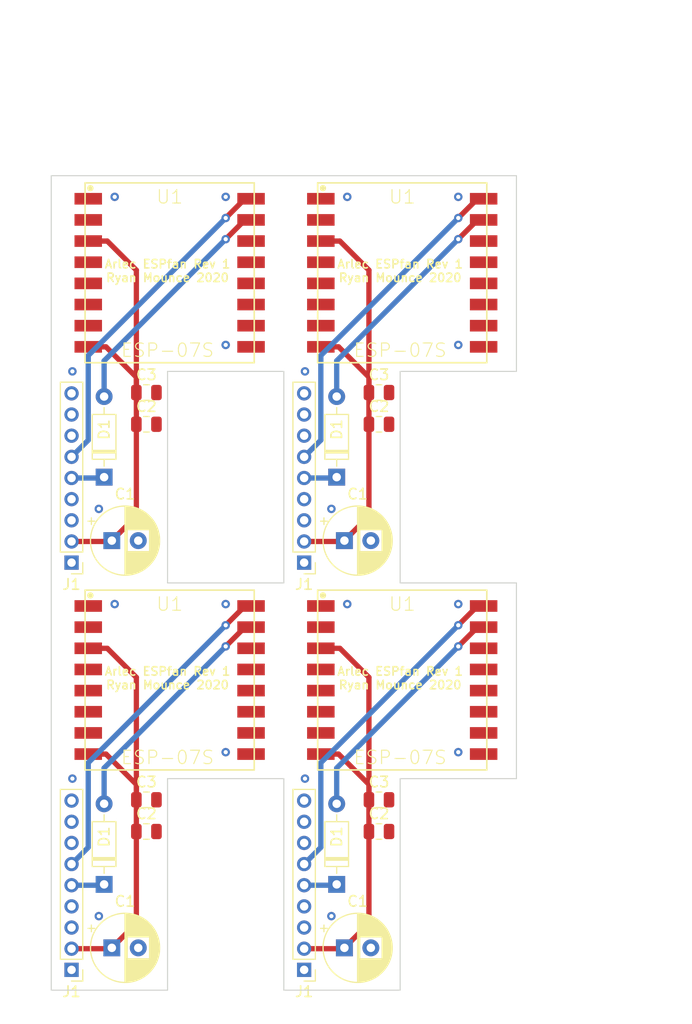
<source format=kicad_pcb>
(kicad_pcb (version 20171130) (host pcbnew 5.1.4+dfsg1-1)

  (general
    (thickness 1.6)
    (drawings 26)
    (tracks 132)
    (zones 0)
    (modules 24)
    (nets 85)
  )

  (page A4)
  (layers
    (0 F.Cu signal)
    (31 B.Cu signal)
    (32 B.Adhes user)
    (33 F.Adhes user)
    (34 B.Paste user)
    (35 F.Paste user)
    (36 B.SilkS user)
    (37 F.SilkS user)
    (38 B.Mask user)
    (39 F.Mask user)
    (40 Dwgs.User user)
    (41 Cmts.User user)
    (42 Eco1.User user)
    (43 Eco2.User user)
    (44 Edge.Cuts user)
    (45 Margin user)
    (46 B.CrtYd user)
    (47 F.CrtYd user)
    (48 B.Fab user)
    (49 F.Fab user)
  )

  (setup
    (last_trace_width 0.25)
    (trace_clearance 0.2)
    (zone_clearance 0.508)
    (zone_45_only no)
    (trace_min 0.2)
    (via_size 0.8)
    (via_drill 0.4)
    (via_min_size 0.4)
    (via_min_drill 0.3)
    (uvia_size 0.3)
    (uvia_drill 0.1)
    (uvias_allowed no)
    (uvia_min_size 0.2)
    (uvia_min_drill 0.1)
    (edge_width 0.05)
    (segment_width 0.2)
    (pcb_text_width 0.3)
    (pcb_text_size 1.5 1.5)
    (mod_edge_width 0.12)
    (mod_text_size 1 1)
    (mod_text_width 0.15)
    (pad_size 1.524 1.524)
    (pad_drill 0.762)
    (pad_to_mask_clearance 0.051)
    (solder_mask_min_width 0.25)
    (aux_axis_origin 0 0)
    (visible_elements FFFFFF7F)
    (pcbplotparams
      (layerselection 0x010fc_ffffffff)
      (usegerberextensions false)
      (usegerberattributes false)
      (usegerberadvancedattributes false)
      (creategerberjobfile false)
      (excludeedgelayer true)
      (linewidth 0.150000)
      (plotframeref false)
      (viasonmask false)
      (mode 1)
      (useauxorigin false)
      (hpglpennumber 1)
      (hpglpenspeed 20)
      (hpglpendiameter 15.000000)
      (psnegative false)
      (psa4output false)
      (plotreference true)
      (plotvalue true)
      (plotinvisibletext false)
      (padsonsilk false)
      (subtractmaskfromsilk false)
      (outputformat 1)
      (mirror false)
      (drillshape 1)
      (scaleselection 1)
      (outputdirectory ""))
  )

  (net 0 "")
  (net 1 Board_1-+3V3)
  (net 2 Board_1-GND)
  (net 3 "Board_1-Net-(D1-Pad1)")
  (net 4 "Board_1-Net-(D1-Pad2)")
  (net 5 "Board_1-Net-(J1-Pad3)")
  (net 6 "Board_1-Net-(J1-Pad4)")
  (net 7 "Board_1-Net-(J1-Pad6)")
  (net 8 "Board_1-Net-(J1-Pad7)")
  (net 9 "Board_1-Net-(J1-Pad8)")
  (net 10 "Board_1-Net-(J1-Pad9)")
  (net 11 "Board_1-Net-(U1-Pad1)")
  (net 12 "Board_1-Net-(U1-Pad10)")
  (net 13 "Board_1-Net-(U1-Pad11)")
  (net 14 "Board_1-Net-(U1-Pad12)")
  (net 15 "Board_1-Net-(U1-Pad13)")
  (net 16 "Board_1-Net-(U1-Pad14)")
  (net 17 "Board_1-Net-(U1-Pad2)")
  (net 18 "Board_1-Net-(U1-Pad4)")
  (net 19 "Board_1-Net-(U1-Pad5)")
  (net 20 "Board_1-Net-(U1-Pad6)")
  (net 21 "Board_1-Net-(U1-Pad7)")
  (net 22 Board_2-+3V3)
  (net 23 Board_2-GND)
  (net 24 "Board_2-Net-(D1-Pad1)")
  (net 25 "Board_2-Net-(D1-Pad2)")
  (net 26 "Board_2-Net-(J1-Pad3)")
  (net 27 "Board_2-Net-(J1-Pad4)")
  (net 28 "Board_2-Net-(J1-Pad6)")
  (net 29 "Board_2-Net-(J1-Pad7)")
  (net 30 "Board_2-Net-(J1-Pad8)")
  (net 31 "Board_2-Net-(J1-Pad9)")
  (net 32 "Board_2-Net-(U1-Pad1)")
  (net 33 "Board_2-Net-(U1-Pad10)")
  (net 34 "Board_2-Net-(U1-Pad11)")
  (net 35 "Board_2-Net-(U1-Pad12)")
  (net 36 "Board_2-Net-(U1-Pad13)")
  (net 37 "Board_2-Net-(U1-Pad14)")
  (net 38 "Board_2-Net-(U1-Pad2)")
  (net 39 "Board_2-Net-(U1-Pad4)")
  (net 40 "Board_2-Net-(U1-Pad5)")
  (net 41 "Board_2-Net-(U1-Pad6)")
  (net 42 "Board_2-Net-(U1-Pad7)")
  (net 43 Board_3-+3V3)
  (net 44 Board_3-GND)
  (net 45 "Board_3-Net-(D1-Pad1)")
  (net 46 "Board_3-Net-(D1-Pad2)")
  (net 47 "Board_3-Net-(J1-Pad3)")
  (net 48 "Board_3-Net-(J1-Pad4)")
  (net 49 "Board_3-Net-(J1-Pad6)")
  (net 50 "Board_3-Net-(J1-Pad7)")
  (net 51 "Board_3-Net-(J1-Pad8)")
  (net 52 "Board_3-Net-(J1-Pad9)")
  (net 53 "Board_3-Net-(U1-Pad1)")
  (net 54 "Board_3-Net-(U1-Pad10)")
  (net 55 "Board_3-Net-(U1-Pad11)")
  (net 56 "Board_3-Net-(U1-Pad12)")
  (net 57 "Board_3-Net-(U1-Pad13)")
  (net 58 "Board_3-Net-(U1-Pad14)")
  (net 59 "Board_3-Net-(U1-Pad2)")
  (net 60 "Board_3-Net-(U1-Pad4)")
  (net 61 "Board_3-Net-(U1-Pad5)")
  (net 62 "Board_3-Net-(U1-Pad6)")
  (net 63 "Board_3-Net-(U1-Pad7)")
  (net 64 Board_4-+3V3)
  (net 65 Board_4-GND)
  (net 66 "Board_4-Net-(D1-Pad1)")
  (net 67 "Board_4-Net-(D1-Pad2)")
  (net 68 "Board_4-Net-(J1-Pad3)")
  (net 69 "Board_4-Net-(J1-Pad4)")
  (net 70 "Board_4-Net-(J1-Pad6)")
  (net 71 "Board_4-Net-(J1-Pad7)")
  (net 72 "Board_4-Net-(J1-Pad8)")
  (net 73 "Board_4-Net-(J1-Pad9)")
  (net 74 "Board_4-Net-(U1-Pad1)")
  (net 75 "Board_4-Net-(U1-Pad10)")
  (net 76 "Board_4-Net-(U1-Pad11)")
  (net 77 "Board_4-Net-(U1-Pad12)")
  (net 78 "Board_4-Net-(U1-Pad13)")
  (net 79 "Board_4-Net-(U1-Pad14)")
  (net 80 "Board_4-Net-(U1-Pad2)")
  (net 81 "Board_4-Net-(U1-Pad4)")
  (net 82 "Board_4-Net-(U1-Pad5)")
  (net 83 "Board_4-Net-(U1-Pad6)")
  (net 84 "Board_4-Net-(U1-Pad7)")

  (net_class Default "This is the default net class."
    (clearance 0.2)
    (trace_width 0.25)
    (via_dia 0.8)
    (via_drill 0.4)
    (uvia_dia 0.3)
    (uvia_drill 0.1)
    (add_net Board_1-+3V3)
    (add_net Board_1-GND)
    (add_net "Board_1-Net-(D1-Pad1)")
    (add_net "Board_1-Net-(D1-Pad2)")
    (add_net "Board_1-Net-(J1-Pad3)")
    (add_net "Board_1-Net-(J1-Pad4)")
    (add_net "Board_1-Net-(J1-Pad6)")
    (add_net "Board_1-Net-(J1-Pad7)")
    (add_net "Board_1-Net-(J1-Pad8)")
    (add_net "Board_1-Net-(J1-Pad9)")
    (add_net "Board_1-Net-(U1-Pad1)")
    (add_net "Board_1-Net-(U1-Pad10)")
    (add_net "Board_1-Net-(U1-Pad11)")
    (add_net "Board_1-Net-(U1-Pad12)")
    (add_net "Board_1-Net-(U1-Pad13)")
    (add_net "Board_1-Net-(U1-Pad14)")
    (add_net "Board_1-Net-(U1-Pad2)")
    (add_net "Board_1-Net-(U1-Pad4)")
    (add_net "Board_1-Net-(U1-Pad5)")
    (add_net "Board_1-Net-(U1-Pad6)")
    (add_net "Board_1-Net-(U1-Pad7)")
    (add_net Board_2-+3V3)
    (add_net Board_2-GND)
    (add_net "Board_2-Net-(D1-Pad1)")
    (add_net "Board_2-Net-(D1-Pad2)")
    (add_net "Board_2-Net-(J1-Pad3)")
    (add_net "Board_2-Net-(J1-Pad4)")
    (add_net "Board_2-Net-(J1-Pad6)")
    (add_net "Board_2-Net-(J1-Pad7)")
    (add_net "Board_2-Net-(J1-Pad8)")
    (add_net "Board_2-Net-(J1-Pad9)")
    (add_net "Board_2-Net-(U1-Pad1)")
    (add_net "Board_2-Net-(U1-Pad10)")
    (add_net "Board_2-Net-(U1-Pad11)")
    (add_net "Board_2-Net-(U1-Pad12)")
    (add_net "Board_2-Net-(U1-Pad13)")
    (add_net "Board_2-Net-(U1-Pad14)")
    (add_net "Board_2-Net-(U1-Pad2)")
    (add_net "Board_2-Net-(U1-Pad4)")
    (add_net "Board_2-Net-(U1-Pad5)")
    (add_net "Board_2-Net-(U1-Pad6)")
    (add_net "Board_2-Net-(U1-Pad7)")
    (add_net Board_3-+3V3)
    (add_net Board_3-GND)
    (add_net "Board_3-Net-(D1-Pad1)")
    (add_net "Board_3-Net-(D1-Pad2)")
    (add_net "Board_3-Net-(J1-Pad3)")
    (add_net "Board_3-Net-(J1-Pad4)")
    (add_net "Board_3-Net-(J1-Pad6)")
    (add_net "Board_3-Net-(J1-Pad7)")
    (add_net "Board_3-Net-(J1-Pad8)")
    (add_net "Board_3-Net-(J1-Pad9)")
    (add_net "Board_3-Net-(U1-Pad1)")
    (add_net "Board_3-Net-(U1-Pad10)")
    (add_net "Board_3-Net-(U1-Pad11)")
    (add_net "Board_3-Net-(U1-Pad12)")
    (add_net "Board_3-Net-(U1-Pad13)")
    (add_net "Board_3-Net-(U1-Pad14)")
    (add_net "Board_3-Net-(U1-Pad2)")
    (add_net "Board_3-Net-(U1-Pad4)")
    (add_net "Board_3-Net-(U1-Pad5)")
    (add_net "Board_3-Net-(U1-Pad6)")
    (add_net "Board_3-Net-(U1-Pad7)")
    (add_net Board_4-+3V3)
    (add_net Board_4-GND)
    (add_net "Board_4-Net-(D1-Pad1)")
    (add_net "Board_4-Net-(D1-Pad2)")
    (add_net "Board_4-Net-(J1-Pad3)")
    (add_net "Board_4-Net-(J1-Pad4)")
    (add_net "Board_4-Net-(J1-Pad6)")
    (add_net "Board_4-Net-(J1-Pad7)")
    (add_net "Board_4-Net-(J1-Pad8)")
    (add_net "Board_4-Net-(J1-Pad9)")
    (add_net "Board_4-Net-(U1-Pad1)")
    (add_net "Board_4-Net-(U1-Pad10)")
    (add_net "Board_4-Net-(U1-Pad11)")
    (add_net "Board_4-Net-(U1-Pad12)")
    (add_net "Board_4-Net-(U1-Pad13)")
    (add_net "Board_4-Net-(U1-Pad14)")
    (add_net "Board_4-Net-(U1-Pad2)")
    (add_net "Board_4-Net-(U1-Pad4)")
    (add_net "Board_4-Net-(U1-Pad5)")
    (add_net "Board_4-Net-(U1-Pad6)")
    (add_net "Board_4-Net-(U1-Pad7)")
  )

  (module Capacitor_THT:CP_Radial_D6.3mm_P2.50mm (layer F.Cu) (tedit 5AE50EF0) (tstamp 5FCC6D47)
    (at 77.730007 123.000008)
    (descr "CP, Radial series, Radial, pin pitch=2.50mm, , diameter=6.3mm, Electrolytic Capacitor")
    (tags "CP Radial series Radial pin pitch 2.50mm  diameter 6.3mm Electrolytic Capacitor")
    (path /5FCC0B00)
    (fp_text reference C1 (at 1.25 -4.4) (layer F.SilkS)
      (effects (font (size 1 1) (thickness 0.15)))
    )
    (fp_text value 220pf (at 1.25 4.4) (layer F.Fab)
      (effects (font (size 1 1) (thickness 0.15)))
    )
    (fp_text user %R (at 1.25 0) (layer F.Fab)
      (effects (font (size 1 1) (thickness 0.15)))
    )
    (fp_circle (center 1.25 0) (end 4.4 0) (layer F.Fab) (width 0.1))
    (fp_circle (center 1.25 0) (end 4.52 0) (layer F.SilkS) (width 0.12))
    (fp_circle (center 1.25 0) (end 4.65 0) (layer F.CrtYd) (width 0.05))
    (fp_line (start -1.443972 -1.3735) (end -0.813972 -1.3735) (layer F.Fab) (width 0.1))
    (fp_line (start -1.128972 -1.6885) (end -1.128972 -1.0585) (layer F.Fab) (width 0.1))
    (fp_line (start 1.25 -3.23) (end 1.25 3.23) (layer F.SilkS) (width 0.12))
    (fp_line (start 1.29 -3.23) (end 1.29 3.23) (layer F.SilkS) (width 0.12))
    (fp_line (start 1.33 -3.23) (end 1.33 3.23) (layer F.SilkS) (width 0.12))
    (fp_line (start 1.37 -3.228) (end 1.37 3.228) (layer F.SilkS) (width 0.12))
    (fp_line (start 1.41 -3.227) (end 1.41 3.227) (layer F.SilkS) (width 0.12))
    (fp_line (start 1.45 -3.224) (end 1.45 3.224) (layer F.SilkS) (width 0.12))
    (fp_line (start 1.49 -3.222) (end 1.49 -1.04) (layer F.SilkS) (width 0.12))
    (fp_line (start 1.49 1.04) (end 1.49 3.222) (layer F.SilkS) (width 0.12))
    (fp_line (start 1.53 -3.218) (end 1.53 -1.04) (layer F.SilkS) (width 0.12))
    (fp_line (start 1.53 1.04) (end 1.53 3.218) (layer F.SilkS) (width 0.12))
    (fp_line (start 1.57 -3.215) (end 1.57 -1.04) (layer F.SilkS) (width 0.12))
    (fp_line (start 1.57 1.04) (end 1.57 3.215) (layer F.SilkS) (width 0.12))
    (fp_line (start 1.61 -3.211) (end 1.61 -1.04) (layer F.SilkS) (width 0.12))
    (fp_line (start 1.61 1.04) (end 1.61 3.211) (layer F.SilkS) (width 0.12))
    (fp_line (start 1.65 -3.206) (end 1.65 -1.04) (layer F.SilkS) (width 0.12))
    (fp_line (start 1.65 1.04) (end 1.65 3.206) (layer F.SilkS) (width 0.12))
    (fp_line (start 1.69 -3.201) (end 1.69 -1.04) (layer F.SilkS) (width 0.12))
    (fp_line (start 1.69 1.04) (end 1.69 3.201) (layer F.SilkS) (width 0.12))
    (fp_line (start 1.73 -3.195) (end 1.73 -1.04) (layer F.SilkS) (width 0.12))
    (fp_line (start 1.73 1.04) (end 1.73 3.195) (layer F.SilkS) (width 0.12))
    (fp_line (start 1.77 -3.189) (end 1.77 -1.04) (layer F.SilkS) (width 0.12))
    (fp_line (start 1.77 1.04) (end 1.77 3.189) (layer F.SilkS) (width 0.12))
    (fp_line (start 1.81 -3.182) (end 1.81 -1.04) (layer F.SilkS) (width 0.12))
    (fp_line (start 1.81 1.04) (end 1.81 3.182) (layer F.SilkS) (width 0.12))
    (fp_line (start 1.85 -3.175) (end 1.85 -1.04) (layer F.SilkS) (width 0.12))
    (fp_line (start 1.85 1.04) (end 1.85 3.175) (layer F.SilkS) (width 0.12))
    (fp_line (start 1.89 -3.167) (end 1.89 -1.04) (layer F.SilkS) (width 0.12))
    (fp_line (start 1.89 1.04) (end 1.89 3.167) (layer F.SilkS) (width 0.12))
    (fp_line (start 1.93 -3.159) (end 1.93 -1.04) (layer F.SilkS) (width 0.12))
    (fp_line (start 1.93 1.04) (end 1.93 3.159) (layer F.SilkS) (width 0.12))
    (fp_line (start 1.971 -3.15) (end 1.971 -1.04) (layer F.SilkS) (width 0.12))
    (fp_line (start 1.971 1.04) (end 1.971 3.15) (layer F.SilkS) (width 0.12))
    (fp_line (start 2.011 -3.141) (end 2.011 -1.04) (layer F.SilkS) (width 0.12))
    (fp_line (start 2.011 1.04) (end 2.011 3.141) (layer F.SilkS) (width 0.12))
    (fp_line (start 2.051 -3.131) (end 2.051 -1.04) (layer F.SilkS) (width 0.12))
    (fp_line (start 2.051 1.04) (end 2.051 3.131) (layer F.SilkS) (width 0.12))
    (fp_line (start 2.091 -3.121) (end 2.091 -1.04) (layer F.SilkS) (width 0.12))
    (fp_line (start 2.091 1.04) (end 2.091 3.121) (layer F.SilkS) (width 0.12))
    (fp_line (start 2.131 -3.11) (end 2.131 -1.04) (layer F.SilkS) (width 0.12))
    (fp_line (start 2.131 1.04) (end 2.131 3.11) (layer F.SilkS) (width 0.12))
    (fp_line (start 2.171 -3.098) (end 2.171 -1.04) (layer F.SilkS) (width 0.12))
    (fp_line (start 2.171 1.04) (end 2.171 3.098) (layer F.SilkS) (width 0.12))
    (fp_line (start 2.211 -3.086) (end 2.211 -1.04) (layer F.SilkS) (width 0.12))
    (fp_line (start 2.211 1.04) (end 2.211 3.086) (layer F.SilkS) (width 0.12))
    (fp_line (start 2.251 -3.074) (end 2.251 -1.04) (layer F.SilkS) (width 0.12))
    (fp_line (start 2.251 1.04) (end 2.251 3.074) (layer F.SilkS) (width 0.12))
    (fp_line (start 2.291 -3.061) (end 2.291 -1.04) (layer F.SilkS) (width 0.12))
    (fp_line (start 2.291 1.04) (end 2.291 3.061) (layer F.SilkS) (width 0.12))
    (fp_line (start 2.331 -3.047) (end 2.331 -1.04) (layer F.SilkS) (width 0.12))
    (fp_line (start 2.331 1.04) (end 2.331 3.047) (layer F.SilkS) (width 0.12))
    (fp_line (start 2.371 -3.033) (end 2.371 -1.04) (layer F.SilkS) (width 0.12))
    (fp_line (start 2.371 1.04) (end 2.371 3.033) (layer F.SilkS) (width 0.12))
    (fp_line (start 2.411 -3.018) (end 2.411 -1.04) (layer F.SilkS) (width 0.12))
    (fp_line (start 2.411 1.04) (end 2.411 3.018) (layer F.SilkS) (width 0.12))
    (fp_line (start 2.451 -3.002) (end 2.451 -1.04) (layer F.SilkS) (width 0.12))
    (fp_line (start 2.451 1.04) (end 2.451 3.002) (layer F.SilkS) (width 0.12))
    (fp_line (start 2.491 -2.986) (end 2.491 -1.04) (layer F.SilkS) (width 0.12))
    (fp_line (start 2.491 1.04) (end 2.491 2.986) (layer F.SilkS) (width 0.12))
    (fp_line (start 2.531 -2.97) (end 2.531 -1.04) (layer F.SilkS) (width 0.12))
    (fp_line (start 2.531 1.04) (end 2.531 2.97) (layer F.SilkS) (width 0.12))
    (fp_line (start 2.571 -2.952) (end 2.571 -1.04) (layer F.SilkS) (width 0.12))
    (fp_line (start 2.571 1.04) (end 2.571 2.952) (layer F.SilkS) (width 0.12))
    (fp_line (start 2.611 -2.934) (end 2.611 -1.04) (layer F.SilkS) (width 0.12))
    (fp_line (start 2.611 1.04) (end 2.611 2.934) (layer F.SilkS) (width 0.12))
    (fp_line (start 2.651 -2.916) (end 2.651 -1.04) (layer F.SilkS) (width 0.12))
    (fp_line (start 2.651 1.04) (end 2.651 2.916) (layer F.SilkS) (width 0.12))
    (fp_line (start 2.691 -2.896) (end 2.691 -1.04) (layer F.SilkS) (width 0.12))
    (fp_line (start 2.691 1.04) (end 2.691 2.896) (layer F.SilkS) (width 0.12))
    (fp_line (start 2.731 -2.876) (end 2.731 -1.04) (layer F.SilkS) (width 0.12))
    (fp_line (start 2.731 1.04) (end 2.731 2.876) (layer F.SilkS) (width 0.12))
    (fp_line (start 2.771 -2.856) (end 2.771 -1.04) (layer F.SilkS) (width 0.12))
    (fp_line (start 2.771 1.04) (end 2.771 2.856) (layer F.SilkS) (width 0.12))
    (fp_line (start 2.811 -2.834) (end 2.811 -1.04) (layer F.SilkS) (width 0.12))
    (fp_line (start 2.811 1.04) (end 2.811 2.834) (layer F.SilkS) (width 0.12))
    (fp_line (start 2.851 -2.812) (end 2.851 -1.04) (layer F.SilkS) (width 0.12))
    (fp_line (start 2.851 1.04) (end 2.851 2.812) (layer F.SilkS) (width 0.12))
    (fp_line (start 2.891 -2.79) (end 2.891 -1.04) (layer F.SilkS) (width 0.12))
    (fp_line (start 2.891 1.04) (end 2.891 2.79) (layer F.SilkS) (width 0.12))
    (fp_line (start 2.931 -2.766) (end 2.931 -1.04) (layer F.SilkS) (width 0.12))
    (fp_line (start 2.931 1.04) (end 2.931 2.766) (layer F.SilkS) (width 0.12))
    (fp_line (start 2.971 -2.742) (end 2.971 -1.04) (layer F.SilkS) (width 0.12))
    (fp_line (start 2.971 1.04) (end 2.971 2.742) (layer F.SilkS) (width 0.12))
    (fp_line (start 3.011 -2.716) (end 3.011 -1.04) (layer F.SilkS) (width 0.12))
    (fp_line (start 3.011 1.04) (end 3.011 2.716) (layer F.SilkS) (width 0.12))
    (fp_line (start 3.051 -2.69) (end 3.051 -1.04) (layer F.SilkS) (width 0.12))
    (fp_line (start 3.051 1.04) (end 3.051 2.69) (layer F.SilkS) (width 0.12))
    (fp_line (start 3.091 -2.664) (end 3.091 -1.04) (layer F.SilkS) (width 0.12))
    (fp_line (start 3.091 1.04) (end 3.091 2.664) (layer F.SilkS) (width 0.12))
    (fp_line (start 3.131 -2.636) (end 3.131 -1.04) (layer F.SilkS) (width 0.12))
    (fp_line (start 3.131 1.04) (end 3.131 2.636) (layer F.SilkS) (width 0.12))
    (fp_line (start 3.171 -2.607) (end 3.171 -1.04) (layer F.SilkS) (width 0.12))
    (fp_line (start 3.171 1.04) (end 3.171 2.607) (layer F.SilkS) (width 0.12))
    (fp_line (start 3.211 -2.578) (end 3.211 -1.04) (layer F.SilkS) (width 0.12))
    (fp_line (start 3.211 1.04) (end 3.211 2.578) (layer F.SilkS) (width 0.12))
    (fp_line (start 3.251 -2.548) (end 3.251 -1.04) (layer F.SilkS) (width 0.12))
    (fp_line (start 3.251 1.04) (end 3.251 2.548) (layer F.SilkS) (width 0.12))
    (fp_line (start 3.291 -2.516) (end 3.291 -1.04) (layer F.SilkS) (width 0.12))
    (fp_line (start 3.291 1.04) (end 3.291 2.516) (layer F.SilkS) (width 0.12))
    (fp_line (start 3.331 -2.484) (end 3.331 -1.04) (layer F.SilkS) (width 0.12))
    (fp_line (start 3.331 1.04) (end 3.331 2.484) (layer F.SilkS) (width 0.12))
    (fp_line (start 3.371 -2.45) (end 3.371 -1.04) (layer F.SilkS) (width 0.12))
    (fp_line (start 3.371 1.04) (end 3.371 2.45) (layer F.SilkS) (width 0.12))
    (fp_line (start 3.411 -2.416) (end 3.411 -1.04) (layer F.SilkS) (width 0.12))
    (fp_line (start 3.411 1.04) (end 3.411 2.416) (layer F.SilkS) (width 0.12))
    (fp_line (start 3.451 -2.38) (end 3.451 -1.04) (layer F.SilkS) (width 0.12))
    (fp_line (start 3.451 1.04) (end 3.451 2.38) (layer F.SilkS) (width 0.12))
    (fp_line (start 3.491 -2.343) (end 3.491 -1.04) (layer F.SilkS) (width 0.12))
    (fp_line (start 3.491 1.04) (end 3.491 2.343) (layer F.SilkS) (width 0.12))
    (fp_line (start 3.531 -2.305) (end 3.531 -1.04) (layer F.SilkS) (width 0.12))
    (fp_line (start 3.531 1.04) (end 3.531 2.305) (layer F.SilkS) (width 0.12))
    (fp_line (start 3.571 -2.265) (end 3.571 2.265) (layer F.SilkS) (width 0.12))
    (fp_line (start 3.611 -2.224) (end 3.611 2.224) (layer F.SilkS) (width 0.12))
    (fp_line (start 3.651 -2.182) (end 3.651 2.182) (layer F.SilkS) (width 0.12))
    (fp_line (start 3.691 -2.137) (end 3.691 2.137) (layer F.SilkS) (width 0.12))
    (fp_line (start 3.731 -2.092) (end 3.731 2.092) (layer F.SilkS) (width 0.12))
    (fp_line (start 3.771 -2.044) (end 3.771 2.044) (layer F.SilkS) (width 0.12))
    (fp_line (start 3.811 -1.995) (end 3.811 1.995) (layer F.SilkS) (width 0.12))
    (fp_line (start 3.851 -1.944) (end 3.851 1.944) (layer F.SilkS) (width 0.12))
    (fp_line (start 3.891 -1.89) (end 3.891 1.89) (layer F.SilkS) (width 0.12))
    (fp_line (start 3.931 -1.834) (end 3.931 1.834) (layer F.SilkS) (width 0.12))
    (fp_line (start 3.971 -1.776) (end 3.971 1.776) (layer F.SilkS) (width 0.12))
    (fp_line (start 4.011 -1.714) (end 4.011 1.714) (layer F.SilkS) (width 0.12))
    (fp_line (start 4.051 -1.65) (end 4.051 1.65) (layer F.SilkS) (width 0.12))
    (fp_line (start 4.091 -1.581) (end 4.091 1.581) (layer F.SilkS) (width 0.12))
    (fp_line (start 4.131 -1.509) (end 4.131 1.509) (layer F.SilkS) (width 0.12))
    (fp_line (start 4.171 -1.432) (end 4.171 1.432) (layer F.SilkS) (width 0.12))
    (fp_line (start 4.211 -1.35) (end 4.211 1.35) (layer F.SilkS) (width 0.12))
    (fp_line (start 4.251 -1.262) (end 4.251 1.262) (layer F.SilkS) (width 0.12))
    (fp_line (start 4.291 -1.165) (end 4.291 1.165) (layer F.SilkS) (width 0.12))
    (fp_line (start 4.331 -1.059) (end 4.331 1.059) (layer F.SilkS) (width 0.12))
    (fp_line (start 4.371 -0.94) (end 4.371 0.94) (layer F.SilkS) (width 0.12))
    (fp_line (start 4.411 -0.802) (end 4.411 0.802) (layer F.SilkS) (width 0.12))
    (fp_line (start 4.451 -0.633) (end 4.451 0.633) (layer F.SilkS) (width 0.12))
    (fp_line (start 4.491 -0.402) (end 4.491 0.402) (layer F.SilkS) (width 0.12))
    (fp_line (start -2.250241 -1.839) (end -1.620241 -1.839) (layer F.SilkS) (width 0.12))
    (fp_line (start -1.935241 -2.154) (end -1.935241 -1.524) (layer F.SilkS) (width 0.12))
    (pad 1 thru_hole rect (at 0 0) (size 1.6 1.6) (drill 0.8) (layers *.Cu *.Mask)
      (net 64 Board_4-+3V3))
    (pad 2 thru_hole circle (at 2.5 0) (size 1.6 1.6) (drill 0.8) (layers *.Cu *.Mask)
      (net 65 Board_4-GND))
    (model ${KISYS3DMOD}/Capacitor_THT.3dshapes/CP_Radial_D6.3mm_P2.50mm.wrl
      (at (xyz 0 0 0))
      (scale (xyz 1 1 1))
      (rotate (xyz 0 0 0))
    )
  )

  (module Connector_PinHeader_2.00mm:PinHeader_1x09_P2.00mm_Vertical (layer F.Cu) (tedit 59FED667) (tstamp 5FCC6D2B)
    (at 73.920007 125.080008 180)
    (descr "Through hole straight pin header, 1x09, 2.00mm pitch, single row")
    (tags "Through hole pin header THT 1x09 2.00mm single row")
    (path /5FCB5B9F)
    (fp_text reference J1 (at 0 -2.06) (layer F.SilkS)
      (effects (font (size 1 1) (thickness 0.15)))
    )
    (fp_text value Conn_01x09_Male (at 0 18.06) (layer F.Fab)
      (effects (font (size 1 1) (thickness 0.15)))
    )
    (fp_text user %R (at 0 8 90) (layer F.Fab)
      (effects (font (size 1 1) (thickness 0.15)))
    )
    (fp_line (start -0.5 -1) (end 1 -1) (layer F.Fab) (width 0.1))
    (fp_line (start 1 -1) (end 1 17) (layer F.Fab) (width 0.1))
    (fp_line (start 1 17) (end -1 17) (layer F.Fab) (width 0.1))
    (fp_line (start -1 17) (end -1 -0.5) (layer F.Fab) (width 0.1))
    (fp_line (start -1 -0.5) (end -0.5 -1) (layer F.Fab) (width 0.1))
    (fp_line (start -1.06 17.06) (end 1.06 17.06) (layer F.SilkS) (width 0.12))
    (fp_line (start -1.06 1) (end -1.06 17.06) (layer F.SilkS) (width 0.12))
    (fp_line (start 1.06 1) (end 1.06 17.06) (layer F.SilkS) (width 0.12))
    (fp_line (start -1.06 1) (end 1.06 1) (layer F.SilkS) (width 0.12))
    (fp_line (start -1.06 0) (end -1.06 -1.06) (layer F.SilkS) (width 0.12))
    (fp_line (start -1.06 -1.06) (end 0 -1.06) (layer F.SilkS) (width 0.12))
    (fp_line (start -1.5 -1.5) (end -1.5 17.5) (layer F.CrtYd) (width 0.05))
    (fp_line (start -1.5 17.5) (end 1.5 17.5) (layer F.CrtYd) (width 0.05))
    (fp_line (start 1.5 17.5) (end 1.5 -1.5) (layer F.CrtYd) (width 0.05))
    (fp_line (start 1.5 -1.5) (end -1.5 -1.5) (layer F.CrtYd) (width 0.05))
    (pad 1 thru_hole rect (at 0 0 180) (size 1.35 1.35) (drill 0.8) (layers *.Cu *.Mask)
      (net 65 Board_4-GND))
    (pad 2 thru_hole oval (at 0 2 180) (size 1.35 1.35) (drill 0.8) (layers *.Cu *.Mask)
      (net 64 Board_4-+3V3))
    (pad 3 thru_hole oval (at 0 4 180) (size 1.35 1.35) (drill 0.8) (layers *.Cu *.Mask)
      (net 68 "Board_4-Net-(J1-Pad3)"))
    (pad 4 thru_hole oval (at 0 6 180) (size 1.35 1.35) (drill 0.8) (layers *.Cu *.Mask)
      (net 69 "Board_4-Net-(J1-Pad4)"))
    (pad 5 thru_hole oval (at 0 8 180) (size 1.35 1.35) (drill 0.8) (layers *.Cu *.Mask)
      (net 66 "Board_4-Net-(D1-Pad1)"))
    (pad 6 thru_hole oval (at 0 10 180) (size 1.35 1.35) (drill 0.8) (layers *.Cu *.Mask)
      (net 70 "Board_4-Net-(J1-Pad6)"))
    (pad 7 thru_hole oval (at 0 12 180) (size 1.35 1.35) (drill 0.8) (layers *.Cu *.Mask)
      (net 71 "Board_4-Net-(J1-Pad7)"))
    (pad 8 thru_hole oval (at 0 14 180) (size 1.35 1.35) (drill 0.8) (layers *.Cu *.Mask)
      (net 72 "Board_4-Net-(J1-Pad8)"))
    (pad 9 thru_hole oval (at 0 16 180) (size 1.35 1.35) (drill 0.8) (layers *.Cu *.Mask)
      (net 73 "Board_4-Net-(J1-Pad9)"))
    (model ${KISYS3DMOD}/Connector_PinHeader_2.00mm.3dshapes/PinHeader_1x09_P2.00mm_Vertical.wrl
      (at (xyz 0 0 0))
      (scale (xyz 1 1 1))
      (rotate (xyz 0 0 0))
    )
  )

  (module Diode_THT:D_DO-35_SOD27_P7.62mm_Horizontal (layer F.Cu) (tedit 5AE50CD5) (tstamp 5FCC6D0E)
    (at 77.000007 117.000008 90)
    (descr "Diode, DO-35_SOD27 series, Axial, Horizontal, pin pitch=7.62mm, , length*diameter=4*2mm^2, , http://www.diodes.com/_files/packages/DO-35.pdf")
    (tags "Diode DO-35_SOD27 series Axial Horizontal pin pitch 7.62mm  length 4mm diameter 2mm")
    (path /5FCC5F8A)
    (fp_text reference D1 (at 4.5 0 90) (layer F.SilkS)
      (effects (font (size 1 1) (thickness 0.15)))
    )
    (fp_text value D (at 3.81 2.12 90) (layer F.Fab)
      (effects (font (size 1 1) (thickness 0.15)))
    )
    (fp_line (start 8.67 -1.25) (end -1.05 -1.25) (layer F.CrtYd) (width 0.05))
    (fp_line (start 8.67 1.25) (end 8.67 -1.25) (layer F.CrtYd) (width 0.05))
    (fp_line (start -1.05 1.25) (end 8.67 1.25) (layer F.CrtYd) (width 0.05))
    (fp_line (start -1.05 -1.25) (end -1.05 1.25) (layer F.CrtYd) (width 0.05))
    (fp_line (start 2.29 -1.12) (end 2.29 1.12) (layer F.SilkS) (width 0.12))
    (fp_line (start 2.53 -1.12) (end 2.53 1.12) (layer F.SilkS) (width 0.12))
    (fp_line (start 2.41 -1.12) (end 2.41 1.12) (layer F.SilkS) (width 0.12))
    (fp_line (start 6.58 0) (end 5.93 0) (layer F.SilkS) (width 0.12))
    (fp_line (start 1.04 0) (end 1.69 0) (layer F.SilkS) (width 0.12))
    (fp_line (start 5.93 -1.12) (end 1.69 -1.12) (layer F.SilkS) (width 0.12))
    (fp_line (start 5.93 1.12) (end 5.93 -1.12) (layer F.SilkS) (width 0.12))
    (fp_line (start 1.69 1.12) (end 5.93 1.12) (layer F.SilkS) (width 0.12))
    (fp_line (start 1.69 -1.12) (end 1.69 1.12) (layer F.SilkS) (width 0.12))
    (fp_line (start 2.31 -1) (end 2.31 1) (layer F.Fab) (width 0.1))
    (fp_line (start 2.51 -1) (end 2.51 1) (layer F.Fab) (width 0.1))
    (fp_line (start 2.41 -1) (end 2.41 1) (layer F.Fab) (width 0.1))
    (fp_line (start 7.62 0) (end 5.81 0) (layer F.Fab) (width 0.1))
    (fp_line (start 0 0) (end 1.81 0) (layer F.Fab) (width 0.1))
    (fp_line (start 5.81 -1) (end 1.81 -1) (layer F.Fab) (width 0.1))
    (fp_line (start 5.81 1) (end 5.81 -1) (layer F.Fab) (width 0.1))
    (fp_line (start 1.81 1) (end 5.81 1) (layer F.Fab) (width 0.1))
    (fp_line (start 1.81 -1) (end 1.81 1) (layer F.Fab) (width 0.1))
    (fp_text user %R (at 4.11 0 90) (layer F.Fab)
      (effects (font (size 0.8 0.8) (thickness 0.12)))
    )
    (fp_text user K (at 0 -1.8 90) (layer F.Fab)
      (effects (font (size 1 1) (thickness 0.15)))
    )
    (pad 1 thru_hole rect (at 0 0 90) (size 1.6 1.6) (drill 0.8) (layers *.Cu *.Mask)
      (net 66 "Board_4-Net-(D1-Pad1)"))
    (pad 2 thru_hole oval (at 7.62 0 90) (size 1.6 1.6) (drill 0.8) (layers *.Cu *.Mask)
      (net 67 "Board_4-Net-(D1-Pad2)"))
    (model ${KISYS3DMOD}/Diode_THT.3dshapes/D_DO-35_SOD27_P7.62mm_Horizontal.wrl
      (at (xyz 0 0 0))
      (scale (xyz 1 1 1))
      (rotate (xyz 0 0 0))
    )
  )

  (module ArlecFanESP:ESP-07S (layer F.Cu) (tedit 5A27B10B) (tstamp 5FCC6CF4)
    (at 83.199765 97.680008)
    (descr "Module, ESP-8266, ESP-07S, 14 pad, SMD")
    (tags "Module ESP-8266 ESP8266")
    (path /5FCB4296)
    (attr smd)
    (fp_text reference U1 (at 0 -7.18) (layer F.SilkS)
      (effects (font (size 1.27 1.27) (thickness 0.1016)))
    )
    (fp_text value ESP-07S (at -0.199758 7.32) (layer F.SilkS)
      (effects (font (size 1.27 1.27) (thickness 0.1016)))
    )
    (fp_circle (center -7.6 -8) (end -7.5 -8) (layer F.SilkS) (width 0.15))
    (fp_circle (center -7.5 -8) (end -7.3 -8.1) (layer F.SilkS) (width 0.15))
    (fp_circle (center -7.5 -8) (end -7.4 -8) (layer F.SilkS) (width 0.15))
    (fp_line (start 8 -8.5) (end 8 8.5) (layer F.SilkS) (width 0.15))
    (fp_line (start 8 8.5) (end -8 8.5) (layer F.SilkS) (width 0.15))
    (fp_line (start -8 8.5) (end -8 -8.5) (layer F.SilkS) (width 0.15))
    (fp_line (start -8 -8.5) (end 8 -8.5) (layer F.SilkS) (width 0.15))
    (pad 16 smd rect (at 7.7 -7) (size 2.6 1.1) (layers F.Cu F.Paste F.Mask)
      (net 70 "Board_4-Net-(J1-Pad6)"))
    (pad 15 smd rect (at 7.7 -5) (size 2.6 1.1) (layers F.Cu F.Paste F.Mask)
      (net 67 "Board_4-Net-(D1-Pad2)"))
    (pad 14 smd rect (at 7.7 -3) (size 2.6 1.1) (layers F.Cu F.Paste F.Mask)
      (net 79 "Board_4-Net-(U1-Pad14)"))
    (pad 13 smd rect (at 7.7 -1) (size 2.6 1.1) (layers F.Cu F.Paste F.Mask)
      (net 78 "Board_4-Net-(U1-Pad13)"))
    (pad 12 smd rect (at 7.7 1) (size 2.6 1.1) (layers F.Cu F.Paste F.Mask)
      (net 77 "Board_4-Net-(U1-Pad12)"))
    (pad 11 smd rect (at 7.7 3) (size 2.6 1.1) (layers F.Cu F.Paste F.Mask)
      (net 76 "Board_4-Net-(U1-Pad11)"))
    (pad 10 smd rect (at 7.7 5) (size 2.6 1.1) (layers F.Cu F.Paste F.Mask)
      (net 75 "Board_4-Net-(U1-Pad10)"))
    (pad 9 smd rect (at 7.7 7) (size 2.6 1.1) (layers F.Cu F.Paste F.Mask)
      (net 65 Board_4-GND))
    (pad 8 smd rect (at -7.7 7) (size 2.6 1.1) (layers F.Cu F.Paste F.Mask)
      (net 64 Board_4-+3V3))
    (pad 7 smd rect (at -7.7 5) (size 2.6 1.1) (layers F.Cu F.Paste F.Mask)
      (net 84 "Board_4-Net-(U1-Pad7)"))
    (pad 6 smd rect (at -7.7 3) (size 2.6 1.1) (layers F.Cu F.Paste F.Mask)
      (net 83 "Board_4-Net-(U1-Pad6)"))
    (pad 5 smd rect (at -7.7 1) (size 2.6 1.1) (layers F.Cu F.Paste F.Mask)
      (net 82 "Board_4-Net-(U1-Pad5)"))
    (pad 4 smd rect (at -7.7 -1) (size 2.6 1.1) (layers F.Cu F.Paste F.Mask)
      (net 81 "Board_4-Net-(U1-Pad4)"))
    (pad 3 smd rect (at -7.7 -3) (size 2.6 1.1) (layers F.Cu F.Paste F.Mask)
      (net 64 Board_4-+3V3))
    (pad 2 smd rect (at -7.7 -5) (size 2.6 1.1) (layers F.Cu F.Paste F.Mask)
      (net 80 "Board_4-Net-(U1-Pad2)"))
    (pad 1 smd rect (at -7.7 -7) (size 2.6 1.1) (layers F.Cu F.Paste F.Mask)
      (net 74 "Board_4-Net-(U1-Pad1)"))
  )

  (module Capacitor_SMD:C_0805_2012Metric (layer F.Cu) (tedit 5F68FEEE) (tstamp 5FCC6CE4)
    (at 81.000007 112.000008)
    (descr "Capacitor SMD 0805 (2012 Metric), square (rectangular) end terminal, IPC_7351 nominal, (Body size source: IPC-SM-782 page 76, https://www.pcb-3d.com/wordpress/wp-content/uploads/ipc-sm-782a_amendment_1_and_2.pdf, https://docs.google.com/spreadsheets/d/1BsfQQcO9C6DZCsRaXUlFlo91Tg2WpOkGARC1WS5S8t0/edit?usp=sharing), generated with kicad-footprint-generator")
    (tags capacitor)
    (path /5FCCC679)
    (attr smd)
    (fp_text reference C2 (at 0 -1.68) (layer F.SilkS)
      (effects (font (size 1 1) (thickness 0.15)))
    )
    (fp_text value 0.1uF (at 4.5 0) (layer F.Fab)
      (effects (font (size 1 1) (thickness 0.15)))
    )
    (fp_line (start 1.7 0.98) (end -1.7 0.98) (layer F.CrtYd) (width 0.05))
    (fp_line (start 1.7 -0.98) (end 1.7 0.98) (layer F.CrtYd) (width 0.05))
    (fp_line (start -1.7 -0.98) (end 1.7 -0.98) (layer F.CrtYd) (width 0.05))
    (fp_line (start -1.7 0.98) (end -1.7 -0.98) (layer F.CrtYd) (width 0.05))
    (fp_line (start -0.261252 0.735) (end 0.261252 0.735) (layer F.SilkS) (width 0.12))
    (fp_line (start -0.261252 -0.735) (end 0.261252 -0.735) (layer F.SilkS) (width 0.12))
    (fp_line (start 1 0.625) (end -1 0.625) (layer F.Fab) (width 0.1))
    (fp_line (start 1 -0.625) (end 1 0.625) (layer F.Fab) (width 0.1))
    (fp_line (start -1 -0.625) (end 1 -0.625) (layer F.Fab) (width 0.1))
    (fp_line (start -1 0.625) (end -1 -0.625) (layer F.Fab) (width 0.1))
    (fp_text user %R (at 0 0) (layer F.Fab)
      (effects (font (size 0.5 0.5) (thickness 0.08)))
    )
    (pad 1 smd roundrect (at -0.95 0) (size 1 1.45) (layers F.Cu F.Paste F.Mask) (roundrect_rratio 0.25)
      (net 64 Board_4-+3V3))
    (pad 2 smd roundrect (at 0.95 0) (size 1 1.45) (layers F.Cu F.Paste F.Mask) (roundrect_rratio 0.25)
      (net 65 Board_4-GND))
    (model ${KISYS3DMOD}/Capacitor_SMD.3dshapes/C_0805_2012Metric.wrl
      (at (xyz 0 0 0))
      (scale (xyz 1 1 1))
      (rotate (xyz 0 0 0))
    )
  )

  (module Capacitor_SMD:C_0805_2012Metric (layer F.Cu) (tedit 5F68FEEE) (tstamp 5FCC6CD4)
    (at 81.000007 109.000008)
    (descr "Capacitor SMD 0805 (2012 Metric), square (rectangular) end terminal, IPC_7351 nominal, (Body size source: IPC-SM-782 page 76, https://www.pcb-3d.com/wordpress/wp-content/uploads/ipc-sm-782a_amendment_1_and_2.pdf, https://docs.google.com/spreadsheets/d/1BsfQQcO9C6DZCsRaXUlFlo91Tg2WpOkGARC1WS5S8t0/edit?usp=sharing), generated with kicad-footprint-generator")
    (tags capacitor)
    (path /5FCD02DD)
    (attr smd)
    (fp_text reference C3 (at 0 -1.68) (layer F.SilkS)
      (effects (font (size 1 1) (thickness 0.15)))
    )
    (fp_text value 0.1uF (at 4.5 0) (layer F.Fab)
      (effects (font (size 1 1) (thickness 0.15)))
    )
    (fp_line (start 1.7 0.98) (end -1.7 0.98) (layer F.CrtYd) (width 0.05))
    (fp_line (start 1.7 -0.98) (end 1.7 0.98) (layer F.CrtYd) (width 0.05))
    (fp_line (start -1.7 -0.98) (end 1.7 -0.98) (layer F.CrtYd) (width 0.05))
    (fp_line (start -1.7 0.98) (end -1.7 -0.98) (layer F.CrtYd) (width 0.05))
    (fp_line (start -0.261252 0.735) (end 0.261252 0.735) (layer F.SilkS) (width 0.12))
    (fp_line (start -0.261252 -0.735) (end 0.261252 -0.735) (layer F.SilkS) (width 0.12))
    (fp_line (start 1 0.625) (end -1 0.625) (layer F.Fab) (width 0.1))
    (fp_line (start 1 -0.625) (end 1 0.625) (layer F.Fab) (width 0.1))
    (fp_line (start -1 -0.625) (end 1 -0.625) (layer F.Fab) (width 0.1))
    (fp_line (start -1 0.625) (end -1 -0.625) (layer F.Fab) (width 0.1))
    (fp_text user %R (at 0 0) (layer F.Fab)
      (effects (font (size 0.5 0.5) (thickness 0.08)))
    )
    (pad 1 smd roundrect (at -0.95 0) (size 1 1.45) (layers F.Cu F.Paste F.Mask) (roundrect_rratio 0.25)
      (net 64 Board_4-+3V3))
    (pad 2 smd roundrect (at 0.95 0) (size 1 1.45) (layers F.Cu F.Paste F.Mask) (roundrect_rratio 0.25)
      (net 65 Board_4-GND))
    (model ${KISYS3DMOD}/Capacitor_SMD.3dshapes/C_0805_2012Metric.wrl
      (at (xyz 0 0 0))
      (scale (xyz 1 1 1))
      (rotate (xyz 0 0 0))
    )
  )

  (module Capacitor_THT:CP_Radial_D6.3mm_P2.50mm (layer F.Cu) (tedit 5AE50EF0) (tstamp 5FCC6C11)
    (at 55.730001 123.000008)
    (descr "CP, Radial series, Radial, pin pitch=2.50mm, , diameter=6.3mm, Electrolytic Capacitor")
    (tags "CP Radial series Radial pin pitch 2.50mm  diameter 6.3mm Electrolytic Capacitor")
    (path /5FCC0B00)
    (fp_text reference C1 (at 1.25 -4.4) (layer F.SilkS)
      (effects (font (size 1 1) (thickness 0.15)))
    )
    (fp_text value 220pf (at 1.25 4.4) (layer F.Fab)
      (effects (font (size 1 1) (thickness 0.15)))
    )
    (fp_text user %R (at 1.25 0) (layer F.Fab)
      (effects (font (size 1 1) (thickness 0.15)))
    )
    (fp_circle (center 1.25 0) (end 4.4 0) (layer F.Fab) (width 0.1))
    (fp_circle (center 1.25 0) (end 4.52 0) (layer F.SilkS) (width 0.12))
    (fp_circle (center 1.25 0) (end 4.65 0) (layer F.CrtYd) (width 0.05))
    (fp_line (start -1.443972 -1.3735) (end -0.813972 -1.3735) (layer F.Fab) (width 0.1))
    (fp_line (start -1.128972 -1.6885) (end -1.128972 -1.0585) (layer F.Fab) (width 0.1))
    (fp_line (start 1.25 -3.23) (end 1.25 3.23) (layer F.SilkS) (width 0.12))
    (fp_line (start 1.29 -3.23) (end 1.29 3.23) (layer F.SilkS) (width 0.12))
    (fp_line (start 1.33 -3.23) (end 1.33 3.23) (layer F.SilkS) (width 0.12))
    (fp_line (start 1.37 -3.228) (end 1.37 3.228) (layer F.SilkS) (width 0.12))
    (fp_line (start 1.41 -3.227) (end 1.41 3.227) (layer F.SilkS) (width 0.12))
    (fp_line (start 1.45 -3.224) (end 1.45 3.224) (layer F.SilkS) (width 0.12))
    (fp_line (start 1.49 -3.222) (end 1.49 -1.04) (layer F.SilkS) (width 0.12))
    (fp_line (start 1.49 1.04) (end 1.49 3.222) (layer F.SilkS) (width 0.12))
    (fp_line (start 1.53 -3.218) (end 1.53 -1.04) (layer F.SilkS) (width 0.12))
    (fp_line (start 1.53 1.04) (end 1.53 3.218) (layer F.SilkS) (width 0.12))
    (fp_line (start 1.57 -3.215) (end 1.57 -1.04) (layer F.SilkS) (width 0.12))
    (fp_line (start 1.57 1.04) (end 1.57 3.215) (layer F.SilkS) (width 0.12))
    (fp_line (start 1.61 -3.211) (end 1.61 -1.04) (layer F.SilkS) (width 0.12))
    (fp_line (start 1.61 1.04) (end 1.61 3.211) (layer F.SilkS) (width 0.12))
    (fp_line (start 1.65 -3.206) (end 1.65 -1.04) (layer F.SilkS) (width 0.12))
    (fp_line (start 1.65 1.04) (end 1.65 3.206) (layer F.SilkS) (width 0.12))
    (fp_line (start 1.69 -3.201) (end 1.69 -1.04) (layer F.SilkS) (width 0.12))
    (fp_line (start 1.69 1.04) (end 1.69 3.201) (layer F.SilkS) (width 0.12))
    (fp_line (start 1.73 -3.195) (end 1.73 -1.04) (layer F.SilkS) (width 0.12))
    (fp_line (start 1.73 1.04) (end 1.73 3.195) (layer F.SilkS) (width 0.12))
    (fp_line (start 1.77 -3.189) (end 1.77 -1.04) (layer F.SilkS) (width 0.12))
    (fp_line (start 1.77 1.04) (end 1.77 3.189) (layer F.SilkS) (width 0.12))
    (fp_line (start 1.81 -3.182) (end 1.81 -1.04) (layer F.SilkS) (width 0.12))
    (fp_line (start 1.81 1.04) (end 1.81 3.182) (layer F.SilkS) (width 0.12))
    (fp_line (start 1.85 -3.175) (end 1.85 -1.04) (layer F.SilkS) (width 0.12))
    (fp_line (start 1.85 1.04) (end 1.85 3.175) (layer F.SilkS) (width 0.12))
    (fp_line (start 1.89 -3.167) (end 1.89 -1.04) (layer F.SilkS) (width 0.12))
    (fp_line (start 1.89 1.04) (end 1.89 3.167) (layer F.SilkS) (width 0.12))
    (fp_line (start 1.93 -3.159) (end 1.93 -1.04) (layer F.SilkS) (width 0.12))
    (fp_line (start 1.93 1.04) (end 1.93 3.159) (layer F.SilkS) (width 0.12))
    (fp_line (start 1.971 -3.15) (end 1.971 -1.04) (layer F.SilkS) (width 0.12))
    (fp_line (start 1.971 1.04) (end 1.971 3.15) (layer F.SilkS) (width 0.12))
    (fp_line (start 2.011 -3.141) (end 2.011 -1.04) (layer F.SilkS) (width 0.12))
    (fp_line (start 2.011 1.04) (end 2.011 3.141) (layer F.SilkS) (width 0.12))
    (fp_line (start 2.051 -3.131) (end 2.051 -1.04) (layer F.SilkS) (width 0.12))
    (fp_line (start 2.051 1.04) (end 2.051 3.131) (layer F.SilkS) (width 0.12))
    (fp_line (start 2.091 -3.121) (end 2.091 -1.04) (layer F.SilkS) (width 0.12))
    (fp_line (start 2.091 1.04) (end 2.091 3.121) (layer F.SilkS) (width 0.12))
    (fp_line (start 2.131 -3.11) (end 2.131 -1.04) (layer F.SilkS) (width 0.12))
    (fp_line (start 2.131 1.04) (end 2.131 3.11) (layer F.SilkS) (width 0.12))
    (fp_line (start 2.171 -3.098) (end 2.171 -1.04) (layer F.SilkS) (width 0.12))
    (fp_line (start 2.171 1.04) (end 2.171 3.098) (layer F.SilkS) (width 0.12))
    (fp_line (start 2.211 -3.086) (end 2.211 -1.04) (layer F.SilkS) (width 0.12))
    (fp_line (start 2.211 1.04) (end 2.211 3.086) (layer F.SilkS) (width 0.12))
    (fp_line (start 2.251 -3.074) (end 2.251 -1.04) (layer F.SilkS) (width 0.12))
    (fp_line (start 2.251 1.04) (end 2.251 3.074) (layer F.SilkS) (width 0.12))
    (fp_line (start 2.291 -3.061) (end 2.291 -1.04) (layer F.SilkS) (width 0.12))
    (fp_line (start 2.291 1.04) (end 2.291 3.061) (layer F.SilkS) (width 0.12))
    (fp_line (start 2.331 -3.047) (end 2.331 -1.04) (layer F.SilkS) (width 0.12))
    (fp_line (start 2.331 1.04) (end 2.331 3.047) (layer F.SilkS) (width 0.12))
    (fp_line (start 2.371 -3.033) (end 2.371 -1.04) (layer F.SilkS) (width 0.12))
    (fp_line (start 2.371 1.04) (end 2.371 3.033) (layer F.SilkS) (width 0.12))
    (fp_line (start 2.411 -3.018) (end 2.411 -1.04) (layer F.SilkS) (width 0.12))
    (fp_line (start 2.411 1.04) (end 2.411 3.018) (layer F.SilkS) (width 0.12))
    (fp_line (start 2.451 -3.002) (end 2.451 -1.04) (layer F.SilkS) (width 0.12))
    (fp_line (start 2.451 1.04) (end 2.451 3.002) (layer F.SilkS) (width 0.12))
    (fp_line (start 2.491 -2.986) (end 2.491 -1.04) (layer F.SilkS) (width 0.12))
    (fp_line (start 2.491 1.04) (end 2.491 2.986) (layer F.SilkS) (width 0.12))
    (fp_line (start 2.531 -2.97) (end 2.531 -1.04) (layer F.SilkS) (width 0.12))
    (fp_line (start 2.531 1.04) (end 2.531 2.97) (layer F.SilkS) (width 0.12))
    (fp_line (start 2.571 -2.952) (end 2.571 -1.04) (layer F.SilkS) (width 0.12))
    (fp_line (start 2.571 1.04) (end 2.571 2.952) (layer F.SilkS) (width 0.12))
    (fp_line (start 2.611 -2.934) (end 2.611 -1.04) (layer F.SilkS) (width 0.12))
    (fp_line (start 2.611 1.04) (end 2.611 2.934) (layer F.SilkS) (width 0.12))
    (fp_line (start 2.651 -2.916) (end 2.651 -1.04) (layer F.SilkS) (width 0.12))
    (fp_line (start 2.651 1.04) (end 2.651 2.916) (layer F.SilkS) (width 0.12))
    (fp_line (start 2.691 -2.896) (end 2.691 -1.04) (layer F.SilkS) (width 0.12))
    (fp_line (start 2.691 1.04) (end 2.691 2.896) (layer F.SilkS) (width 0.12))
    (fp_line (start 2.731 -2.876) (end 2.731 -1.04) (layer F.SilkS) (width 0.12))
    (fp_line (start 2.731 1.04) (end 2.731 2.876) (layer F.SilkS) (width 0.12))
    (fp_line (start 2.771 -2.856) (end 2.771 -1.04) (layer F.SilkS) (width 0.12))
    (fp_line (start 2.771 1.04) (end 2.771 2.856) (layer F.SilkS) (width 0.12))
    (fp_line (start 2.811 -2.834) (end 2.811 -1.04) (layer F.SilkS) (width 0.12))
    (fp_line (start 2.811 1.04) (end 2.811 2.834) (layer F.SilkS) (width 0.12))
    (fp_line (start 2.851 -2.812) (end 2.851 -1.04) (layer F.SilkS) (width 0.12))
    (fp_line (start 2.851 1.04) (end 2.851 2.812) (layer F.SilkS) (width 0.12))
    (fp_line (start 2.891 -2.79) (end 2.891 -1.04) (layer F.SilkS) (width 0.12))
    (fp_line (start 2.891 1.04) (end 2.891 2.79) (layer F.SilkS) (width 0.12))
    (fp_line (start 2.931 -2.766) (end 2.931 -1.04) (layer F.SilkS) (width 0.12))
    (fp_line (start 2.931 1.04) (end 2.931 2.766) (layer F.SilkS) (width 0.12))
    (fp_line (start 2.971 -2.742) (end 2.971 -1.04) (layer F.SilkS) (width 0.12))
    (fp_line (start 2.971 1.04) (end 2.971 2.742) (layer F.SilkS) (width 0.12))
    (fp_line (start 3.011 -2.716) (end 3.011 -1.04) (layer F.SilkS) (width 0.12))
    (fp_line (start 3.011 1.04) (end 3.011 2.716) (layer F.SilkS) (width 0.12))
    (fp_line (start 3.051 -2.69) (end 3.051 -1.04) (layer F.SilkS) (width 0.12))
    (fp_line (start 3.051 1.04) (end 3.051 2.69) (layer F.SilkS) (width 0.12))
    (fp_line (start 3.091 -2.664) (end 3.091 -1.04) (layer F.SilkS) (width 0.12))
    (fp_line (start 3.091 1.04) (end 3.091 2.664) (layer F.SilkS) (width 0.12))
    (fp_line (start 3.131 -2.636) (end 3.131 -1.04) (layer F.SilkS) (width 0.12))
    (fp_line (start 3.131 1.04) (end 3.131 2.636) (layer F.SilkS) (width 0.12))
    (fp_line (start 3.171 -2.607) (end 3.171 -1.04) (layer F.SilkS) (width 0.12))
    (fp_line (start 3.171 1.04) (end 3.171 2.607) (layer F.SilkS) (width 0.12))
    (fp_line (start 3.211 -2.578) (end 3.211 -1.04) (layer F.SilkS) (width 0.12))
    (fp_line (start 3.211 1.04) (end 3.211 2.578) (layer F.SilkS) (width 0.12))
    (fp_line (start 3.251 -2.548) (end 3.251 -1.04) (layer F.SilkS) (width 0.12))
    (fp_line (start 3.251 1.04) (end 3.251 2.548) (layer F.SilkS) (width 0.12))
    (fp_line (start 3.291 -2.516) (end 3.291 -1.04) (layer F.SilkS) (width 0.12))
    (fp_line (start 3.291 1.04) (end 3.291 2.516) (layer F.SilkS) (width 0.12))
    (fp_line (start 3.331 -2.484) (end 3.331 -1.04) (layer F.SilkS) (width 0.12))
    (fp_line (start 3.331 1.04) (end 3.331 2.484) (layer F.SilkS) (width 0.12))
    (fp_line (start 3.371 -2.45) (end 3.371 -1.04) (layer F.SilkS) (width 0.12))
    (fp_line (start 3.371 1.04) (end 3.371 2.45) (layer F.SilkS) (width 0.12))
    (fp_line (start 3.411 -2.416) (end 3.411 -1.04) (layer F.SilkS) (width 0.12))
    (fp_line (start 3.411 1.04) (end 3.411 2.416) (layer F.SilkS) (width 0.12))
    (fp_line (start 3.451 -2.38) (end 3.451 -1.04) (layer F.SilkS) (width 0.12))
    (fp_line (start 3.451 1.04) (end 3.451 2.38) (layer F.SilkS) (width 0.12))
    (fp_line (start 3.491 -2.343) (end 3.491 -1.04) (layer F.SilkS) (width 0.12))
    (fp_line (start 3.491 1.04) (end 3.491 2.343) (layer F.SilkS) (width 0.12))
    (fp_line (start 3.531 -2.305) (end 3.531 -1.04) (layer F.SilkS) (width 0.12))
    (fp_line (start 3.531 1.04) (end 3.531 2.305) (layer F.SilkS) (width 0.12))
    (fp_line (start 3.571 -2.265) (end 3.571 2.265) (layer F.SilkS) (width 0.12))
    (fp_line (start 3.611 -2.224) (end 3.611 2.224) (layer F.SilkS) (width 0.12))
    (fp_line (start 3.651 -2.182) (end 3.651 2.182) (layer F.SilkS) (width 0.12))
    (fp_line (start 3.691 -2.137) (end 3.691 2.137) (layer F.SilkS) (width 0.12))
    (fp_line (start 3.731 -2.092) (end 3.731 2.092) (layer F.SilkS) (width 0.12))
    (fp_line (start 3.771 -2.044) (end 3.771 2.044) (layer F.SilkS) (width 0.12))
    (fp_line (start 3.811 -1.995) (end 3.811 1.995) (layer F.SilkS) (width 0.12))
    (fp_line (start 3.851 -1.944) (end 3.851 1.944) (layer F.SilkS) (width 0.12))
    (fp_line (start 3.891 -1.89) (end 3.891 1.89) (layer F.SilkS) (width 0.12))
    (fp_line (start 3.931 -1.834) (end 3.931 1.834) (layer F.SilkS) (width 0.12))
    (fp_line (start 3.971 -1.776) (end 3.971 1.776) (layer F.SilkS) (width 0.12))
    (fp_line (start 4.011 -1.714) (end 4.011 1.714) (layer F.SilkS) (width 0.12))
    (fp_line (start 4.051 -1.65) (end 4.051 1.65) (layer F.SilkS) (width 0.12))
    (fp_line (start 4.091 -1.581) (end 4.091 1.581) (layer F.SilkS) (width 0.12))
    (fp_line (start 4.131 -1.509) (end 4.131 1.509) (layer F.SilkS) (width 0.12))
    (fp_line (start 4.171 -1.432) (end 4.171 1.432) (layer F.SilkS) (width 0.12))
    (fp_line (start 4.211 -1.35) (end 4.211 1.35) (layer F.SilkS) (width 0.12))
    (fp_line (start 4.251 -1.262) (end 4.251 1.262) (layer F.SilkS) (width 0.12))
    (fp_line (start 4.291 -1.165) (end 4.291 1.165) (layer F.SilkS) (width 0.12))
    (fp_line (start 4.331 -1.059) (end 4.331 1.059) (layer F.SilkS) (width 0.12))
    (fp_line (start 4.371 -0.94) (end 4.371 0.94) (layer F.SilkS) (width 0.12))
    (fp_line (start 4.411 -0.802) (end 4.411 0.802) (layer F.SilkS) (width 0.12))
    (fp_line (start 4.451 -0.633) (end 4.451 0.633) (layer F.SilkS) (width 0.12))
    (fp_line (start 4.491 -0.402) (end 4.491 0.402) (layer F.SilkS) (width 0.12))
    (fp_line (start -2.250241 -1.839) (end -1.620241 -1.839) (layer F.SilkS) (width 0.12))
    (fp_line (start -1.935241 -2.154) (end -1.935241 -1.524) (layer F.SilkS) (width 0.12))
    (pad 1 thru_hole rect (at 0 0) (size 1.6 1.6) (drill 0.8) (layers *.Cu *.Mask)
      (net 43 Board_3-+3V3))
    (pad 2 thru_hole circle (at 2.5 0) (size 1.6 1.6) (drill 0.8) (layers *.Cu *.Mask)
      (net 44 Board_3-GND))
    (model ${KISYS3DMOD}/Capacitor_THT.3dshapes/CP_Radial_D6.3mm_P2.50mm.wrl
      (at (xyz 0 0 0))
      (scale (xyz 1 1 1))
      (rotate (xyz 0 0 0))
    )
  )

  (module Connector_PinHeader_2.00mm:PinHeader_1x09_P2.00mm_Vertical (layer F.Cu) (tedit 59FED667) (tstamp 5FCC6BF5)
    (at 51.920001 125.080008 180)
    (descr "Through hole straight pin header, 1x09, 2.00mm pitch, single row")
    (tags "Through hole pin header THT 1x09 2.00mm single row")
    (path /5FCB5B9F)
    (fp_text reference J1 (at 0 -2.06) (layer F.SilkS)
      (effects (font (size 1 1) (thickness 0.15)))
    )
    (fp_text value Conn_01x09_Male (at 0 18.06) (layer F.Fab)
      (effects (font (size 1 1) (thickness 0.15)))
    )
    (fp_text user %R (at 0 8 90) (layer F.Fab)
      (effects (font (size 1 1) (thickness 0.15)))
    )
    (fp_line (start -0.5 -1) (end 1 -1) (layer F.Fab) (width 0.1))
    (fp_line (start 1 -1) (end 1 17) (layer F.Fab) (width 0.1))
    (fp_line (start 1 17) (end -1 17) (layer F.Fab) (width 0.1))
    (fp_line (start -1 17) (end -1 -0.5) (layer F.Fab) (width 0.1))
    (fp_line (start -1 -0.5) (end -0.5 -1) (layer F.Fab) (width 0.1))
    (fp_line (start -1.06 17.06) (end 1.06 17.06) (layer F.SilkS) (width 0.12))
    (fp_line (start -1.06 1) (end -1.06 17.06) (layer F.SilkS) (width 0.12))
    (fp_line (start 1.06 1) (end 1.06 17.06) (layer F.SilkS) (width 0.12))
    (fp_line (start -1.06 1) (end 1.06 1) (layer F.SilkS) (width 0.12))
    (fp_line (start -1.06 0) (end -1.06 -1.06) (layer F.SilkS) (width 0.12))
    (fp_line (start -1.06 -1.06) (end 0 -1.06) (layer F.SilkS) (width 0.12))
    (fp_line (start -1.5 -1.5) (end -1.5 17.5) (layer F.CrtYd) (width 0.05))
    (fp_line (start -1.5 17.5) (end 1.5 17.5) (layer F.CrtYd) (width 0.05))
    (fp_line (start 1.5 17.5) (end 1.5 -1.5) (layer F.CrtYd) (width 0.05))
    (fp_line (start 1.5 -1.5) (end -1.5 -1.5) (layer F.CrtYd) (width 0.05))
    (pad 1 thru_hole rect (at 0 0 180) (size 1.35 1.35) (drill 0.8) (layers *.Cu *.Mask)
      (net 44 Board_3-GND))
    (pad 2 thru_hole oval (at 0 2 180) (size 1.35 1.35) (drill 0.8) (layers *.Cu *.Mask)
      (net 43 Board_3-+3V3))
    (pad 3 thru_hole oval (at 0 4 180) (size 1.35 1.35) (drill 0.8) (layers *.Cu *.Mask)
      (net 47 "Board_3-Net-(J1-Pad3)"))
    (pad 4 thru_hole oval (at 0 6 180) (size 1.35 1.35) (drill 0.8) (layers *.Cu *.Mask)
      (net 48 "Board_3-Net-(J1-Pad4)"))
    (pad 5 thru_hole oval (at 0 8 180) (size 1.35 1.35) (drill 0.8) (layers *.Cu *.Mask)
      (net 45 "Board_3-Net-(D1-Pad1)"))
    (pad 6 thru_hole oval (at 0 10 180) (size 1.35 1.35) (drill 0.8) (layers *.Cu *.Mask)
      (net 49 "Board_3-Net-(J1-Pad6)"))
    (pad 7 thru_hole oval (at 0 12 180) (size 1.35 1.35) (drill 0.8) (layers *.Cu *.Mask)
      (net 50 "Board_3-Net-(J1-Pad7)"))
    (pad 8 thru_hole oval (at 0 14 180) (size 1.35 1.35) (drill 0.8) (layers *.Cu *.Mask)
      (net 51 "Board_3-Net-(J1-Pad8)"))
    (pad 9 thru_hole oval (at 0 16 180) (size 1.35 1.35) (drill 0.8) (layers *.Cu *.Mask)
      (net 52 "Board_3-Net-(J1-Pad9)"))
    (model ${KISYS3DMOD}/Connector_PinHeader_2.00mm.3dshapes/PinHeader_1x09_P2.00mm_Vertical.wrl
      (at (xyz 0 0 0))
      (scale (xyz 1 1 1))
      (rotate (xyz 0 0 0))
    )
  )

  (module Diode_THT:D_DO-35_SOD27_P7.62mm_Horizontal (layer F.Cu) (tedit 5AE50CD5) (tstamp 5FCC6BD8)
    (at 55.000001 117.000008 90)
    (descr "Diode, DO-35_SOD27 series, Axial, Horizontal, pin pitch=7.62mm, , length*diameter=4*2mm^2, , http://www.diodes.com/_files/packages/DO-35.pdf")
    (tags "Diode DO-35_SOD27 series Axial Horizontal pin pitch 7.62mm  length 4mm diameter 2mm")
    (path /5FCC5F8A)
    (fp_text reference D1 (at 4.5 0 90) (layer F.SilkS)
      (effects (font (size 1 1) (thickness 0.15)))
    )
    (fp_text value D (at 3.81 2.12 90) (layer F.Fab)
      (effects (font (size 1 1) (thickness 0.15)))
    )
    (fp_line (start 8.67 -1.25) (end -1.05 -1.25) (layer F.CrtYd) (width 0.05))
    (fp_line (start 8.67 1.25) (end 8.67 -1.25) (layer F.CrtYd) (width 0.05))
    (fp_line (start -1.05 1.25) (end 8.67 1.25) (layer F.CrtYd) (width 0.05))
    (fp_line (start -1.05 -1.25) (end -1.05 1.25) (layer F.CrtYd) (width 0.05))
    (fp_line (start 2.29 -1.12) (end 2.29 1.12) (layer F.SilkS) (width 0.12))
    (fp_line (start 2.53 -1.12) (end 2.53 1.12) (layer F.SilkS) (width 0.12))
    (fp_line (start 2.41 -1.12) (end 2.41 1.12) (layer F.SilkS) (width 0.12))
    (fp_line (start 6.58 0) (end 5.93 0) (layer F.SilkS) (width 0.12))
    (fp_line (start 1.04 0) (end 1.69 0) (layer F.SilkS) (width 0.12))
    (fp_line (start 5.93 -1.12) (end 1.69 -1.12) (layer F.SilkS) (width 0.12))
    (fp_line (start 5.93 1.12) (end 5.93 -1.12) (layer F.SilkS) (width 0.12))
    (fp_line (start 1.69 1.12) (end 5.93 1.12) (layer F.SilkS) (width 0.12))
    (fp_line (start 1.69 -1.12) (end 1.69 1.12) (layer F.SilkS) (width 0.12))
    (fp_line (start 2.31 -1) (end 2.31 1) (layer F.Fab) (width 0.1))
    (fp_line (start 2.51 -1) (end 2.51 1) (layer F.Fab) (width 0.1))
    (fp_line (start 2.41 -1) (end 2.41 1) (layer F.Fab) (width 0.1))
    (fp_line (start 7.62 0) (end 5.81 0) (layer F.Fab) (width 0.1))
    (fp_line (start 0 0) (end 1.81 0) (layer F.Fab) (width 0.1))
    (fp_line (start 5.81 -1) (end 1.81 -1) (layer F.Fab) (width 0.1))
    (fp_line (start 5.81 1) (end 5.81 -1) (layer F.Fab) (width 0.1))
    (fp_line (start 1.81 1) (end 5.81 1) (layer F.Fab) (width 0.1))
    (fp_line (start 1.81 -1) (end 1.81 1) (layer F.Fab) (width 0.1))
    (fp_text user %R (at 4.11 0 90) (layer F.Fab)
      (effects (font (size 0.8 0.8) (thickness 0.12)))
    )
    (fp_text user K (at 0 -1.8 90) (layer F.Fab)
      (effects (font (size 1 1) (thickness 0.15)))
    )
    (pad 1 thru_hole rect (at 0 0 90) (size 1.6 1.6) (drill 0.8) (layers *.Cu *.Mask)
      (net 45 "Board_3-Net-(D1-Pad1)"))
    (pad 2 thru_hole oval (at 7.62 0 90) (size 1.6 1.6) (drill 0.8) (layers *.Cu *.Mask)
      (net 46 "Board_3-Net-(D1-Pad2)"))
    (model ${KISYS3DMOD}/Diode_THT.3dshapes/D_DO-35_SOD27_P7.62mm_Horizontal.wrl
      (at (xyz 0 0 0))
      (scale (xyz 1 1 1))
      (rotate (xyz 0 0 0))
    )
  )

  (module ArlecFanESP:ESP-07S (layer F.Cu) (tedit 5A27B10B) (tstamp 5FCC6BBE)
    (at 61.199759 97.680008)
    (descr "Module, ESP-8266, ESP-07S, 14 pad, SMD")
    (tags "Module ESP-8266 ESP8266")
    (path /5FCB4296)
    (attr smd)
    (fp_text reference U1 (at 0 -7.18) (layer F.SilkS)
      (effects (font (size 1.27 1.27) (thickness 0.1016)))
    )
    (fp_text value ESP-07S (at -0.199758 7.32) (layer F.SilkS)
      (effects (font (size 1.27 1.27) (thickness 0.1016)))
    )
    (fp_circle (center -7.6 -8) (end -7.5 -8) (layer F.SilkS) (width 0.15))
    (fp_circle (center -7.5 -8) (end -7.3 -8.1) (layer F.SilkS) (width 0.15))
    (fp_circle (center -7.5 -8) (end -7.4 -8) (layer F.SilkS) (width 0.15))
    (fp_line (start 8 -8.5) (end 8 8.5) (layer F.SilkS) (width 0.15))
    (fp_line (start 8 8.5) (end -8 8.5) (layer F.SilkS) (width 0.15))
    (fp_line (start -8 8.5) (end -8 -8.5) (layer F.SilkS) (width 0.15))
    (fp_line (start -8 -8.5) (end 8 -8.5) (layer F.SilkS) (width 0.15))
    (pad 16 smd rect (at 7.7 -7) (size 2.6 1.1) (layers F.Cu F.Paste F.Mask)
      (net 49 "Board_3-Net-(J1-Pad6)"))
    (pad 15 smd rect (at 7.7 -5) (size 2.6 1.1) (layers F.Cu F.Paste F.Mask)
      (net 46 "Board_3-Net-(D1-Pad2)"))
    (pad 14 smd rect (at 7.7 -3) (size 2.6 1.1) (layers F.Cu F.Paste F.Mask)
      (net 58 "Board_3-Net-(U1-Pad14)"))
    (pad 13 smd rect (at 7.7 -1) (size 2.6 1.1) (layers F.Cu F.Paste F.Mask)
      (net 57 "Board_3-Net-(U1-Pad13)"))
    (pad 12 smd rect (at 7.7 1) (size 2.6 1.1) (layers F.Cu F.Paste F.Mask)
      (net 56 "Board_3-Net-(U1-Pad12)"))
    (pad 11 smd rect (at 7.7 3) (size 2.6 1.1) (layers F.Cu F.Paste F.Mask)
      (net 55 "Board_3-Net-(U1-Pad11)"))
    (pad 10 smd rect (at 7.7 5) (size 2.6 1.1) (layers F.Cu F.Paste F.Mask)
      (net 54 "Board_3-Net-(U1-Pad10)"))
    (pad 9 smd rect (at 7.7 7) (size 2.6 1.1) (layers F.Cu F.Paste F.Mask)
      (net 44 Board_3-GND))
    (pad 8 smd rect (at -7.7 7) (size 2.6 1.1) (layers F.Cu F.Paste F.Mask)
      (net 43 Board_3-+3V3))
    (pad 7 smd rect (at -7.7 5) (size 2.6 1.1) (layers F.Cu F.Paste F.Mask)
      (net 63 "Board_3-Net-(U1-Pad7)"))
    (pad 6 smd rect (at -7.7 3) (size 2.6 1.1) (layers F.Cu F.Paste F.Mask)
      (net 62 "Board_3-Net-(U1-Pad6)"))
    (pad 5 smd rect (at -7.7 1) (size 2.6 1.1) (layers F.Cu F.Paste F.Mask)
      (net 61 "Board_3-Net-(U1-Pad5)"))
    (pad 4 smd rect (at -7.7 -1) (size 2.6 1.1) (layers F.Cu F.Paste F.Mask)
      (net 60 "Board_3-Net-(U1-Pad4)"))
    (pad 3 smd rect (at -7.7 -3) (size 2.6 1.1) (layers F.Cu F.Paste F.Mask)
      (net 43 Board_3-+3V3))
    (pad 2 smd rect (at -7.7 -5) (size 2.6 1.1) (layers F.Cu F.Paste F.Mask)
      (net 59 "Board_3-Net-(U1-Pad2)"))
    (pad 1 smd rect (at -7.7 -7) (size 2.6 1.1) (layers F.Cu F.Paste F.Mask)
      (net 53 "Board_3-Net-(U1-Pad1)"))
  )

  (module Capacitor_SMD:C_0805_2012Metric (layer F.Cu) (tedit 5F68FEEE) (tstamp 5FCC6BAE)
    (at 59.000001 112.000008)
    (descr "Capacitor SMD 0805 (2012 Metric), square (rectangular) end terminal, IPC_7351 nominal, (Body size source: IPC-SM-782 page 76, https://www.pcb-3d.com/wordpress/wp-content/uploads/ipc-sm-782a_amendment_1_and_2.pdf, https://docs.google.com/spreadsheets/d/1BsfQQcO9C6DZCsRaXUlFlo91Tg2WpOkGARC1WS5S8t0/edit?usp=sharing), generated with kicad-footprint-generator")
    (tags capacitor)
    (path /5FCCC679)
    (attr smd)
    (fp_text reference C2 (at 0 -1.68) (layer F.SilkS)
      (effects (font (size 1 1) (thickness 0.15)))
    )
    (fp_text value 0.1uF (at 4.5 0) (layer F.Fab)
      (effects (font (size 1 1) (thickness 0.15)))
    )
    (fp_line (start 1.7 0.98) (end -1.7 0.98) (layer F.CrtYd) (width 0.05))
    (fp_line (start 1.7 -0.98) (end 1.7 0.98) (layer F.CrtYd) (width 0.05))
    (fp_line (start -1.7 -0.98) (end 1.7 -0.98) (layer F.CrtYd) (width 0.05))
    (fp_line (start -1.7 0.98) (end -1.7 -0.98) (layer F.CrtYd) (width 0.05))
    (fp_line (start -0.261252 0.735) (end 0.261252 0.735) (layer F.SilkS) (width 0.12))
    (fp_line (start -0.261252 -0.735) (end 0.261252 -0.735) (layer F.SilkS) (width 0.12))
    (fp_line (start 1 0.625) (end -1 0.625) (layer F.Fab) (width 0.1))
    (fp_line (start 1 -0.625) (end 1 0.625) (layer F.Fab) (width 0.1))
    (fp_line (start -1 -0.625) (end 1 -0.625) (layer F.Fab) (width 0.1))
    (fp_line (start -1 0.625) (end -1 -0.625) (layer F.Fab) (width 0.1))
    (fp_text user %R (at 0 0) (layer F.Fab)
      (effects (font (size 0.5 0.5) (thickness 0.08)))
    )
    (pad 1 smd roundrect (at -0.95 0) (size 1 1.45) (layers F.Cu F.Paste F.Mask) (roundrect_rratio 0.25)
      (net 43 Board_3-+3V3))
    (pad 2 smd roundrect (at 0.95 0) (size 1 1.45) (layers F.Cu F.Paste F.Mask) (roundrect_rratio 0.25)
      (net 44 Board_3-GND))
    (model ${KISYS3DMOD}/Capacitor_SMD.3dshapes/C_0805_2012Metric.wrl
      (at (xyz 0 0 0))
      (scale (xyz 1 1 1))
      (rotate (xyz 0 0 0))
    )
  )

  (module Capacitor_SMD:C_0805_2012Metric (layer F.Cu) (tedit 5F68FEEE) (tstamp 5FCC6B9E)
    (at 59.000001 109.000008)
    (descr "Capacitor SMD 0805 (2012 Metric), square (rectangular) end terminal, IPC_7351 nominal, (Body size source: IPC-SM-782 page 76, https://www.pcb-3d.com/wordpress/wp-content/uploads/ipc-sm-782a_amendment_1_and_2.pdf, https://docs.google.com/spreadsheets/d/1BsfQQcO9C6DZCsRaXUlFlo91Tg2WpOkGARC1WS5S8t0/edit?usp=sharing), generated with kicad-footprint-generator")
    (tags capacitor)
    (path /5FCD02DD)
    (attr smd)
    (fp_text reference C3 (at 0 -1.68) (layer F.SilkS)
      (effects (font (size 1 1) (thickness 0.15)))
    )
    (fp_text value 0.1uF (at 4.5 0) (layer F.Fab)
      (effects (font (size 1 1) (thickness 0.15)))
    )
    (fp_line (start 1.7 0.98) (end -1.7 0.98) (layer F.CrtYd) (width 0.05))
    (fp_line (start 1.7 -0.98) (end 1.7 0.98) (layer F.CrtYd) (width 0.05))
    (fp_line (start -1.7 -0.98) (end 1.7 -0.98) (layer F.CrtYd) (width 0.05))
    (fp_line (start -1.7 0.98) (end -1.7 -0.98) (layer F.CrtYd) (width 0.05))
    (fp_line (start -0.261252 0.735) (end 0.261252 0.735) (layer F.SilkS) (width 0.12))
    (fp_line (start -0.261252 -0.735) (end 0.261252 -0.735) (layer F.SilkS) (width 0.12))
    (fp_line (start 1 0.625) (end -1 0.625) (layer F.Fab) (width 0.1))
    (fp_line (start 1 -0.625) (end 1 0.625) (layer F.Fab) (width 0.1))
    (fp_line (start -1 -0.625) (end 1 -0.625) (layer F.Fab) (width 0.1))
    (fp_line (start -1 0.625) (end -1 -0.625) (layer F.Fab) (width 0.1))
    (fp_text user %R (at 0 0) (layer F.Fab)
      (effects (font (size 0.5 0.5) (thickness 0.08)))
    )
    (pad 1 smd roundrect (at -0.95 0) (size 1 1.45) (layers F.Cu F.Paste F.Mask) (roundrect_rratio 0.25)
      (net 43 Board_3-+3V3))
    (pad 2 smd roundrect (at 0.95 0) (size 1 1.45) (layers F.Cu F.Paste F.Mask) (roundrect_rratio 0.25)
      (net 44 Board_3-GND))
    (model ${KISYS3DMOD}/Capacitor_SMD.3dshapes/C_0805_2012Metric.wrl
      (at (xyz 0 0 0))
      (scale (xyz 1 1 1))
      (rotate (xyz 0 0 0))
    )
  )

  (module Capacitor_THT:CP_Radial_D6.3mm_P2.50mm (layer F.Cu) (tedit 5AE50EF0) (tstamp 5FCC6ADB)
    (at 77.730007 84.500001)
    (descr "CP, Radial series, Radial, pin pitch=2.50mm, , diameter=6.3mm, Electrolytic Capacitor")
    (tags "CP Radial series Radial pin pitch 2.50mm  diameter 6.3mm Electrolytic Capacitor")
    (path /5FCC0B00)
    (fp_text reference C1 (at 1.25 -4.4) (layer F.SilkS)
      (effects (font (size 1 1) (thickness 0.15)))
    )
    (fp_text value 220pf (at 1.25 4.4) (layer F.Fab)
      (effects (font (size 1 1) (thickness 0.15)))
    )
    (fp_text user %R (at 1.25 0) (layer F.Fab)
      (effects (font (size 1 1) (thickness 0.15)))
    )
    (fp_circle (center 1.25 0) (end 4.4 0) (layer F.Fab) (width 0.1))
    (fp_circle (center 1.25 0) (end 4.52 0) (layer F.SilkS) (width 0.12))
    (fp_circle (center 1.25 0) (end 4.65 0) (layer F.CrtYd) (width 0.05))
    (fp_line (start -1.443972 -1.3735) (end -0.813972 -1.3735) (layer F.Fab) (width 0.1))
    (fp_line (start -1.128972 -1.6885) (end -1.128972 -1.0585) (layer F.Fab) (width 0.1))
    (fp_line (start 1.25 -3.23) (end 1.25 3.23) (layer F.SilkS) (width 0.12))
    (fp_line (start 1.29 -3.23) (end 1.29 3.23) (layer F.SilkS) (width 0.12))
    (fp_line (start 1.33 -3.23) (end 1.33 3.23) (layer F.SilkS) (width 0.12))
    (fp_line (start 1.37 -3.228) (end 1.37 3.228) (layer F.SilkS) (width 0.12))
    (fp_line (start 1.41 -3.227) (end 1.41 3.227) (layer F.SilkS) (width 0.12))
    (fp_line (start 1.45 -3.224) (end 1.45 3.224) (layer F.SilkS) (width 0.12))
    (fp_line (start 1.49 -3.222) (end 1.49 -1.04) (layer F.SilkS) (width 0.12))
    (fp_line (start 1.49 1.04) (end 1.49 3.222) (layer F.SilkS) (width 0.12))
    (fp_line (start 1.53 -3.218) (end 1.53 -1.04) (layer F.SilkS) (width 0.12))
    (fp_line (start 1.53 1.04) (end 1.53 3.218) (layer F.SilkS) (width 0.12))
    (fp_line (start 1.57 -3.215) (end 1.57 -1.04) (layer F.SilkS) (width 0.12))
    (fp_line (start 1.57 1.04) (end 1.57 3.215) (layer F.SilkS) (width 0.12))
    (fp_line (start 1.61 -3.211) (end 1.61 -1.04) (layer F.SilkS) (width 0.12))
    (fp_line (start 1.61 1.04) (end 1.61 3.211) (layer F.SilkS) (width 0.12))
    (fp_line (start 1.65 -3.206) (end 1.65 -1.04) (layer F.SilkS) (width 0.12))
    (fp_line (start 1.65 1.04) (end 1.65 3.206) (layer F.SilkS) (width 0.12))
    (fp_line (start 1.69 -3.201) (end 1.69 -1.04) (layer F.SilkS) (width 0.12))
    (fp_line (start 1.69 1.04) (end 1.69 3.201) (layer F.SilkS) (width 0.12))
    (fp_line (start 1.73 -3.195) (end 1.73 -1.04) (layer F.SilkS) (width 0.12))
    (fp_line (start 1.73 1.04) (end 1.73 3.195) (layer F.SilkS) (width 0.12))
    (fp_line (start 1.77 -3.189) (end 1.77 -1.04) (layer F.SilkS) (width 0.12))
    (fp_line (start 1.77 1.04) (end 1.77 3.189) (layer F.SilkS) (width 0.12))
    (fp_line (start 1.81 -3.182) (end 1.81 -1.04) (layer F.SilkS) (width 0.12))
    (fp_line (start 1.81 1.04) (end 1.81 3.182) (layer F.SilkS) (width 0.12))
    (fp_line (start 1.85 -3.175) (end 1.85 -1.04) (layer F.SilkS) (width 0.12))
    (fp_line (start 1.85 1.04) (end 1.85 3.175) (layer F.SilkS) (width 0.12))
    (fp_line (start 1.89 -3.167) (end 1.89 -1.04) (layer F.SilkS) (width 0.12))
    (fp_line (start 1.89 1.04) (end 1.89 3.167) (layer F.SilkS) (width 0.12))
    (fp_line (start 1.93 -3.159) (end 1.93 -1.04) (layer F.SilkS) (width 0.12))
    (fp_line (start 1.93 1.04) (end 1.93 3.159) (layer F.SilkS) (width 0.12))
    (fp_line (start 1.971 -3.15) (end 1.971 -1.04) (layer F.SilkS) (width 0.12))
    (fp_line (start 1.971 1.04) (end 1.971 3.15) (layer F.SilkS) (width 0.12))
    (fp_line (start 2.011 -3.141) (end 2.011 -1.04) (layer F.SilkS) (width 0.12))
    (fp_line (start 2.011 1.04) (end 2.011 3.141) (layer F.SilkS) (width 0.12))
    (fp_line (start 2.051 -3.131) (end 2.051 -1.04) (layer F.SilkS) (width 0.12))
    (fp_line (start 2.051 1.04) (end 2.051 3.131) (layer F.SilkS) (width 0.12))
    (fp_line (start 2.091 -3.121) (end 2.091 -1.04) (layer F.SilkS) (width 0.12))
    (fp_line (start 2.091 1.04) (end 2.091 3.121) (layer F.SilkS) (width 0.12))
    (fp_line (start 2.131 -3.11) (end 2.131 -1.04) (layer F.SilkS) (width 0.12))
    (fp_line (start 2.131 1.04) (end 2.131 3.11) (layer F.SilkS) (width 0.12))
    (fp_line (start 2.171 -3.098) (end 2.171 -1.04) (layer F.SilkS) (width 0.12))
    (fp_line (start 2.171 1.04) (end 2.171 3.098) (layer F.SilkS) (width 0.12))
    (fp_line (start 2.211 -3.086) (end 2.211 -1.04) (layer F.SilkS) (width 0.12))
    (fp_line (start 2.211 1.04) (end 2.211 3.086) (layer F.SilkS) (width 0.12))
    (fp_line (start 2.251 -3.074) (end 2.251 -1.04) (layer F.SilkS) (width 0.12))
    (fp_line (start 2.251 1.04) (end 2.251 3.074) (layer F.SilkS) (width 0.12))
    (fp_line (start 2.291 -3.061) (end 2.291 -1.04) (layer F.SilkS) (width 0.12))
    (fp_line (start 2.291 1.04) (end 2.291 3.061) (layer F.SilkS) (width 0.12))
    (fp_line (start 2.331 -3.047) (end 2.331 -1.04) (layer F.SilkS) (width 0.12))
    (fp_line (start 2.331 1.04) (end 2.331 3.047) (layer F.SilkS) (width 0.12))
    (fp_line (start 2.371 -3.033) (end 2.371 -1.04) (layer F.SilkS) (width 0.12))
    (fp_line (start 2.371 1.04) (end 2.371 3.033) (layer F.SilkS) (width 0.12))
    (fp_line (start 2.411 -3.018) (end 2.411 -1.04) (layer F.SilkS) (width 0.12))
    (fp_line (start 2.411 1.04) (end 2.411 3.018) (layer F.SilkS) (width 0.12))
    (fp_line (start 2.451 -3.002) (end 2.451 -1.04) (layer F.SilkS) (width 0.12))
    (fp_line (start 2.451 1.04) (end 2.451 3.002) (layer F.SilkS) (width 0.12))
    (fp_line (start 2.491 -2.986) (end 2.491 -1.04) (layer F.SilkS) (width 0.12))
    (fp_line (start 2.491 1.04) (end 2.491 2.986) (layer F.SilkS) (width 0.12))
    (fp_line (start 2.531 -2.97) (end 2.531 -1.04) (layer F.SilkS) (width 0.12))
    (fp_line (start 2.531 1.04) (end 2.531 2.97) (layer F.SilkS) (width 0.12))
    (fp_line (start 2.571 -2.952) (end 2.571 -1.04) (layer F.SilkS) (width 0.12))
    (fp_line (start 2.571 1.04) (end 2.571 2.952) (layer F.SilkS) (width 0.12))
    (fp_line (start 2.611 -2.934) (end 2.611 -1.04) (layer F.SilkS) (width 0.12))
    (fp_line (start 2.611 1.04) (end 2.611 2.934) (layer F.SilkS) (width 0.12))
    (fp_line (start 2.651 -2.916) (end 2.651 -1.04) (layer F.SilkS) (width 0.12))
    (fp_line (start 2.651 1.04) (end 2.651 2.916) (layer F.SilkS) (width 0.12))
    (fp_line (start 2.691 -2.896) (end 2.691 -1.04) (layer F.SilkS) (width 0.12))
    (fp_line (start 2.691 1.04) (end 2.691 2.896) (layer F.SilkS) (width 0.12))
    (fp_line (start 2.731 -2.876) (end 2.731 -1.04) (layer F.SilkS) (width 0.12))
    (fp_line (start 2.731 1.04) (end 2.731 2.876) (layer F.SilkS) (width 0.12))
    (fp_line (start 2.771 -2.856) (end 2.771 -1.04) (layer F.SilkS) (width 0.12))
    (fp_line (start 2.771 1.04) (end 2.771 2.856) (layer F.SilkS) (width 0.12))
    (fp_line (start 2.811 -2.834) (end 2.811 -1.04) (layer F.SilkS) (width 0.12))
    (fp_line (start 2.811 1.04) (end 2.811 2.834) (layer F.SilkS) (width 0.12))
    (fp_line (start 2.851 -2.812) (end 2.851 -1.04) (layer F.SilkS) (width 0.12))
    (fp_line (start 2.851 1.04) (end 2.851 2.812) (layer F.SilkS) (width 0.12))
    (fp_line (start 2.891 -2.79) (end 2.891 -1.04) (layer F.SilkS) (width 0.12))
    (fp_line (start 2.891 1.04) (end 2.891 2.79) (layer F.SilkS) (width 0.12))
    (fp_line (start 2.931 -2.766) (end 2.931 -1.04) (layer F.SilkS) (width 0.12))
    (fp_line (start 2.931 1.04) (end 2.931 2.766) (layer F.SilkS) (width 0.12))
    (fp_line (start 2.971 -2.742) (end 2.971 -1.04) (layer F.SilkS) (width 0.12))
    (fp_line (start 2.971 1.04) (end 2.971 2.742) (layer F.SilkS) (width 0.12))
    (fp_line (start 3.011 -2.716) (end 3.011 -1.04) (layer F.SilkS) (width 0.12))
    (fp_line (start 3.011 1.04) (end 3.011 2.716) (layer F.SilkS) (width 0.12))
    (fp_line (start 3.051 -2.69) (end 3.051 -1.04) (layer F.SilkS) (width 0.12))
    (fp_line (start 3.051 1.04) (end 3.051 2.69) (layer F.SilkS) (width 0.12))
    (fp_line (start 3.091 -2.664) (end 3.091 -1.04) (layer F.SilkS) (width 0.12))
    (fp_line (start 3.091 1.04) (end 3.091 2.664) (layer F.SilkS) (width 0.12))
    (fp_line (start 3.131 -2.636) (end 3.131 -1.04) (layer F.SilkS) (width 0.12))
    (fp_line (start 3.131 1.04) (end 3.131 2.636) (layer F.SilkS) (width 0.12))
    (fp_line (start 3.171 -2.607) (end 3.171 -1.04) (layer F.SilkS) (width 0.12))
    (fp_line (start 3.171 1.04) (end 3.171 2.607) (layer F.SilkS) (width 0.12))
    (fp_line (start 3.211 -2.578) (end 3.211 -1.04) (layer F.SilkS) (width 0.12))
    (fp_line (start 3.211 1.04) (end 3.211 2.578) (layer F.SilkS) (width 0.12))
    (fp_line (start 3.251 -2.548) (end 3.251 -1.04) (layer F.SilkS) (width 0.12))
    (fp_line (start 3.251 1.04) (end 3.251 2.548) (layer F.SilkS) (width 0.12))
    (fp_line (start 3.291 -2.516) (end 3.291 -1.04) (layer F.SilkS) (width 0.12))
    (fp_line (start 3.291 1.04) (end 3.291 2.516) (layer F.SilkS) (width 0.12))
    (fp_line (start 3.331 -2.484) (end 3.331 -1.04) (layer F.SilkS) (width 0.12))
    (fp_line (start 3.331 1.04) (end 3.331 2.484) (layer F.SilkS) (width 0.12))
    (fp_line (start 3.371 -2.45) (end 3.371 -1.04) (layer F.SilkS) (width 0.12))
    (fp_line (start 3.371 1.04) (end 3.371 2.45) (layer F.SilkS) (width 0.12))
    (fp_line (start 3.411 -2.416) (end 3.411 -1.04) (layer F.SilkS) (width 0.12))
    (fp_line (start 3.411 1.04) (end 3.411 2.416) (layer F.SilkS) (width 0.12))
    (fp_line (start 3.451 -2.38) (end 3.451 -1.04) (layer F.SilkS) (width 0.12))
    (fp_line (start 3.451 1.04) (end 3.451 2.38) (layer F.SilkS) (width 0.12))
    (fp_line (start 3.491 -2.343) (end 3.491 -1.04) (layer F.SilkS) (width 0.12))
    (fp_line (start 3.491 1.04) (end 3.491 2.343) (layer F.SilkS) (width 0.12))
    (fp_line (start 3.531 -2.305) (end 3.531 -1.04) (layer F.SilkS) (width 0.12))
    (fp_line (start 3.531 1.04) (end 3.531 2.305) (layer F.SilkS) (width 0.12))
    (fp_line (start 3.571 -2.265) (end 3.571 2.265) (layer F.SilkS) (width 0.12))
    (fp_line (start 3.611 -2.224) (end 3.611 2.224) (layer F.SilkS) (width 0.12))
    (fp_line (start 3.651 -2.182) (end 3.651 2.182) (layer F.SilkS) (width 0.12))
    (fp_line (start 3.691 -2.137) (end 3.691 2.137) (layer F.SilkS) (width 0.12))
    (fp_line (start 3.731 -2.092) (end 3.731 2.092) (layer F.SilkS) (width 0.12))
    (fp_line (start 3.771 -2.044) (end 3.771 2.044) (layer F.SilkS) (width 0.12))
    (fp_line (start 3.811 -1.995) (end 3.811 1.995) (layer F.SilkS) (width 0.12))
    (fp_line (start 3.851 -1.944) (end 3.851 1.944) (layer F.SilkS) (width 0.12))
    (fp_line (start 3.891 -1.89) (end 3.891 1.89) (layer F.SilkS) (width 0.12))
    (fp_line (start 3.931 -1.834) (end 3.931 1.834) (layer F.SilkS) (width 0.12))
    (fp_line (start 3.971 -1.776) (end 3.971 1.776) (layer F.SilkS) (width 0.12))
    (fp_line (start 4.011 -1.714) (end 4.011 1.714) (layer F.SilkS) (width 0.12))
    (fp_line (start 4.051 -1.65) (end 4.051 1.65) (layer F.SilkS) (width 0.12))
    (fp_line (start 4.091 -1.581) (end 4.091 1.581) (layer F.SilkS) (width 0.12))
    (fp_line (start 4.131 -1.509) (end 4.131 1.509) (layer F.SilkS) (width 0.12))
    (fp_line (start 4.171 -1.432) (end 4.171 1.432) (layer F.SilkS) (width 0.12))
    (fp_line (start 4.211 -1.35) (end 4.211 1.35) (layer F.SilkS) (width 0.12))
    (fp_line (start 4.251 -1.262) (end 4.251 1.262) (layer F.SilkS) (width 0.12))
    (fp_line (start 4.291 -1.165) (end 4.291 1.165) (layer F.SilkS) (width 0.12))
    (fp_line (start 4.331 -1.059) (end 4.331 1.059) (layer F.SilkS) (width 0.12))
    (fp_line (start 4.371 -0.94) (end 4.371 0.94) (layer F.SilkS) (width 0.12))
    (fp_line (start 4.411 -0.802) (end 4.411 0.802) (layer F.SilkS) (width 0.12))
    (fp_line (start 4.451 -0.633) (end 4.451 0.633) (layer F.SilkS) (width 0.12))
    (fp_line (start 4.491 -0.402) (end 4.491 0.402) (layer F.SilkS) (width 0.12))
    (fp_line (start -2.250241 -1.839) (end -1.620241 -1.839) (layer F.SilkS) (width 0.12))
    (fp_line (start -1.935241 -2.154) (end -1.935241 -1.524) (layer F.SilkS) (width 0.12))
    (pad 1 thru_hole rect (at 0 0) (size 1.6 1.6) (drill 0.8) (layers *.Cu *.Mask)
      (net 22 Board_2-+3V3))
    (pad 2 thru_hole circle (at 2.5 0) (size 1.6 1.6) (drill 0.8) (layers *.Cu *.Mask)
      (net 23 Board_2-GND))
    (model ${KISYS3DMOD}/Capacitor_THT.3dshapes/CP_Radial_D6.3mm_P2.50mm.wrl
      (at (xyz 0 0 0))
      (scale (xyz 1 1 1))
      (rotate (xyz 0 0 0))
    )
  )

  (module Connector_PinHeader_2.00mm:PinHeader_1x09_P2.00mm_Vertical (layer F.Cu) (tedit 59FED667) (tstamp 5FCC6ABF)
    (at 73.920007 86.580001 180)
    (descr "Through hole straight pin header, 1x09, 2.00mm pitch, single row")
    (tags "Through hole pin header THT 1x09 2.00mm single row")
    (path /5FCB5B9F)
    (fp_text reference J1 (at 0 -2.06) (layer F.SilkS)
      (effects (font (size 1 1) (thickness 0.15)))
    )
    (fp_text value Conn_01x09_Male (at 0 18.06) (layer F.Fab)
      (effects (font (size 1 1) (thickness 0.15)))
    )
    (fp_text user %R (at 0 8 90) (layer F.Fab)
      (effects (font (size 1 1) (thickness 0.15)))
    )
    (fp_line (start -0.5 -1) (end 1 -1) (layer F.Fab) (width 0.1))
    (fp_line (start 1 -1) (end 1 17) (layer F.Fab) (width 0.1))
    (fp_line (start 1 17) (end -1 17) (layer F.Fab) (width 0.1))
    (fp_line (start -1 17) (end -1 -0.5) (layer F.Fab) (width 0.1))
    (fp_line (start -1 -0.5) (end -0.5 -1) (layer F.Fab) (width 0.1))
    (fp_line (start -1.06 17.06) (end 1.06 17.06) (layer F.SilkS) (width 0.12))
    (fp_line (start -1.06 1) (end -1.06 17.06) (layer F.SilkS) (width 0.12))
    (fp_line (start 1.06 1) (end 1.06 17.06) (layer F.SilkS) (width 0.12))
    (fp_line (start -1.06 1) (end 1.06 1) (layer F.SilkS) (width 0.12))
    (fp_line (start -1.06 0) (end -1.06 -1.06) (layer F.SilkS) (width 0.12))
    (fp_line (start -1.06 -1.06) (end 0 -1.06) (layer F.SilkS) (width 0.12))
    (fp_line (start -1.5 -1.5) (end -1.5 17.5) (layer F.CrtYd) (width 0.05))
    (fp_line (start -1.5 17.5) (end 1.5 17.5) (layer F.CrtYd) (width 0.05))
    (fp_line (start 1.5 17.5) (end 1.5 -1.5) (layer F.CrtYd) (width 0.05))
    (fp_line (start 1.5 -1.5) (end -1.5 -1.5) (layer F.CrtYd) (width 0.05))
    (pad 1 thru_hole rect (at 0 0 180) (size 1.35 1.35) (drill 0.8) (layers *.Cu *.Mask)
      (net 23 Board_2-GND))
    (pad 2 thru_hole oval (at 0 2 180) (size 1.35 1.35) (drill 0.8) (layers *.Cu *.Mask)
      (net 22 Board_2-+3V3))
    (pad 3 thru_hole oval (at 0 4 180) (size 1.35 1.35) (drill 0.8) (layers *.Cu *.Mask)
      (net 26 "Board_2-Net-(J1-Pad3)"))
    (pad 4 thru_hole oval (at 0 6 180) (size 1.35 1.35) (drill 0.8) (layers *.Cu *.Mask)
      (net 27 "Board_2-Net-(J1-Pad4)"))
    (pad 5 thru_hole oval (at 0 8 180) (size 1.35 1.35) (drill 0.8) (layers *.Cu *.Mask)
      (net 24 "Board_2-Net-(D1-Pad1)"))
    (pad 6 thru_hole oval (at 0 10 180) (size 1.35 1.35) (drill 0.8) (layers *.Cu *.Mask)
      (net 28 "Board_2-Net-(J1-Pad6)"))
    (pad 7 thru_hole oval (at 0 12 180) (size 1.35 1.35) (drill 0.8) (layers *.Cu *.Mask)
      (net 29 "Board_2-Net-(J1-Pad7)"))
    (pad 8 thru_hole oval (at 0 14 180) (size 1.35 1.35) (drill 0.8) (layers *.Cu *.Mask)
      (net 30 "Board_2-Net-(J1-Pad8)"))
    (pad 9 thru_hole oval (at 0 16 180) (size 1.35 1.35) (drill 0.8) (layers *.Cu *.Mask)
      (net 31 "Board_2-Net-(J1-Pad9)"))
    (model ${KISYS3DMOD}/Connector_PinHeader_2.00mm.3dshapes/PinHeader_1x09_P2.00mm_Vertical.wrl
      (at (xyz 0 0 0))
      (scale (xyz 1 1 1))
      (rotate (xyz 0 0 0))
    )
  )

  (module Diode_THT:D_DO-35_SOD27_P7.62mm_Horizontal (layer F.Cu) (tedit 5AE50CD5) (tstamp 5FCC6AA2)
    (at 77.000007 78.500001 90)
    (descr "Diode, DO-35_SOD27 series, Axial, Horizontal, pin pitch=7.62mm, , length*diameter=4*2mm^2, , http://www.diodes.com/_files/packages/DO-35.pdf")
    (tags "Diode DO-35_SOD27 series Axial Horizontal pin pitch 7.62mm  length 4mm diameter 2mm")
    (path /5FCC5F8A)
    (fp_text reference D1 (at 4.5 0 90) (layer F.SilkS)
      (effects (font (size 1 1) (thickness 0.15)))
    )
    (fp_text value D (at 3.81 2.12 90) (layer F.Fab)
      (effects (font (size 1 1) (thickness 0.15)))
    )
    (fp_line (start 8.67 -1.25) (end -1.05 -1.25) (layer F.CrtYd) (width 0.05))
    (fp_line (start 8.67 1.25) (end 8.67 -1.25) (layer F.CrtYd) (width 0.05))
    (fp_line (start -1.05 1.25) (end 8.67 1.25) (layer F.CrtYd) (width 0.05))
    (fp_line (start -1.05 -1.25) (end -1.05 1.25) (layer F.CrtYd) (width 0.05))
    (fp_line (start 2.29 -1.12) (end 2.29 1.12) (layer F.SilkS) (width 0.12))
    (fp_line (start 2.53 -1.12) (end 2.53 1.12) (layer F.SilkS) (width 0.12))
    (fp_line (start 2.41 -1.12) (end 2.41 1.12) (layer F.SilkS) (width 0.12))
    (fp_line (start 6.58 0) (end 5.93 0) (layer F.SilkS) (width 0.12))
    (fp_line (start 1.04 0) (end 1.69 0) (layer F.SilkS) (width 0.12))
    (fp_line (start 5.93 -1.12) (end 1.69 -1.12) (layer F.SilkS) (width 0.12))
    (fp_line (start 5.93 1.12) (end 5.93 -1.12) (layer F.SilkS) (width 0.12))
    (fp_line (start 1.69 1.12) (end 5.93 1.12) (layer F.SilkS) (width 0.12))
    (fp_line (start 1.69 -1.12) (end 1.69 1.12) (layer F.SilkS) (width 0.12))
    (fp_line (start 2.31 -1) (end 2.31 1) (layer F.Fab) (width 0.1))
    (fp_line (start 2.51 -1) (end 2.51 1) (layer F.Fab) (width 0.1))
    (fp_line (start 2.41 -1) (end 2.41 1) (layer F.Fab) (width 0.1))
    (fp_line (start 7.62 0) (end 5.81 0) (layer F.Fab) (width 0.1))
    (fp_line (start 0 0) (end 1.81 0) (layer F.Fab) (width 0.1))
    (fp_line (start 5.81 -1) (end 1.81 -1) (layer F.Fab) (width 0.1))
    (fp_line (start 5.81 1) (end 5.81 -1) (layer F.Fab) (width 0.1))
    (fp_line (start 1.81 1) (end 5.81 1) (layer F.Fab) (width 0.1))
    (fp_line (start 1.81 -1) (end 1.81 1) (layer F.Fab) (width 0.1))
    (fp_text user %R (at 4.11 0 90) (layer F.Fab)
      (effects (font (size 0.8 0.8) (thickness 0.12)))
    )
    (fp_text user K (at 0 -1.8 90) (layer F.Fab)
      (effects (font (size 1 1) (thickness 0.15)))
    )
    (pad 1 thru_hole rect (at 0 0 90) (size 1.6 1.6) (drill 0.8) (layers *.Cu *.Mask)
      (net 24 "Board_2-Net-(D1-Pad1)"))
    (pad 2 thru_hole oval (at 7.62 0 90) (size 1.6 1.6) (drill 0.8) (layers *.Cu *.Mask)
      (net 25 "Board_2-Net-(D1-Pad2)"))
    (model ${KISYS3DMOD}/Diode_THT.3dshapes/D_DO-35_SOD27_P7.62mm_Horizontal.wrl
      (at (xyz 0 0 0))
      (scale (xyz 1 1 1))
      (rotate (xyz 0 0 0))
    )
  )

  (module ArlecFanESP:ESP-07S (layer F.Cu) (tedit 5A27B10B) (tstamp 5FCC6A88)
    (at 83.199765 59.180001)
    (descr "Module, ESP-8266, ESP-07S, 14 pad, SMD")
    (tags "Module ESP-8266 ESP8266")
    (path /5FCB4296)
    (attr smd)
    (fp_text reference U1 (at 0 -7.18) (layer F.SilkS)
      (effects (font (size 1.27 1.27) (thickness 0.1016)))
    )
    (fp_text value ESP-07S (at -0.199758 7.32) (layer F.SilkS)
      (effects (font (size 1.27 1.27) (thickness 0.1016)))
    )
    (fp_circle (center -7.6 -8) (end -7.5 -8) (layer F.SilkS) (width 0.15))
    (fp_circle (center -7.5 -8) (end -7.3 -8.1) (layer F.SilkS) (width 0.15))
    (fp_circle (center -7.5 -8) (end -7.4 -8) (layer F.SilkS) (width 0.15))
    (fp_line (start 8 -8.5) (end 8 8.5) (layer F.SilkS) (width 0.15))
    (fp_line (start 8 8.5) (end -8 8.5) (layer F.SilkS) (width 0.15))
    (fp_line (start -8 8.5) (end -8 -8.5) (layer F.SilkS) (width 0.15))
    (fp_line (start -8 -8.5) (end 8 -8.5) (layer F.SilkS) (width 0.15))
    (pad 16 smd rect (at 7.7 -7) (size 2.6 1.1) (layers F.Cu F.Paste F.Mask)
      (net 28 "Board_2-Net-(J1-Pad6)"))
    (pad 15 smd rect (at 7.7 -5) (size 2.6 1.1) (layers F.Cu F.Paste F.Mask)
      (net 25 "Board_2-Net-(D1-Pad2)"))
    (pad 14 smd rect (at 7.7 -3) (size 2.6 1.1) (layers F.Cu F.Paste F.Mask)
      (net 37 "Board_2-Net-(U1-Pad14)"))
    (pad 13 smd rect (at 7.7 -1) (size 2.6 1.1) (layers F.Cu F.Paste F.Mask)
      (net 36 "Board_2-Net-(U1-Pad13)"))
    (pad 12 smd rect (at 7.7 1) (size 2.6 1.1) (layers F.Cu F.Paste F.Mask)
      (net 35 "Board_2-Net-(U1-Pad12)"))
    (pad 11 smd rect (at 7.7 3) (size 2.6 1.1) (layers F.Cu F.Paste F.Mask)
      (net 34 "Board_2-Net-(U1-Pad11)"))
    (pad 10 smd rect (at 7.7 5) (size 2.6 1.1) (layers F.Cu F.Paste F.Mask)
      (net 33 "Board_2-Net-(U1-Pad10)"))
    (pad 9 smd rect (at 7.7 7) (size 2.6 1.1) (layers F.Cu F.Paste F.Mask)
      (net 23 Board_2-GND))
    (pad 8 smd rect (at -7.7 7) (size 2.6 1.1) (layers F.Cu F.Paste F.Mask)
      (net 22 Board_2-+3V3))
    (pad 7 smd rect (at -7.7 5) (size 2.6 1.1) (layers F.Cu F.Paste F.Mask)
      (net 42 "Board_2-Net-(U1-Pad7)"))
    (pad 6 smd rect (at -7.7 3) (size 2.6 1.1) (layers F.Cu F.Paste F.Mask)
      (net 41 "Board_2-Net-(U1-Pad6)"))
    (pad 5 smd rect (at -7.7 1) (size 2.6 1.1) (layers F.Cu F.Paste F.Mask)
      (net 40 "Board_2-Net-(U1-Pad5)"))
    (pad 4 smd rect (at -7.7 -1) (size 2.6 1.1) (layers F.Cu F.Paste F.Mask)
      (net 39 "Board_2-Net-(U1-Pad4)"))
    (pad 3 smd rect (at -7.7 -3) (size 2.6 1.1) (layers F.Cu F.Paste F.Mask)
      (net 22 Board_2-+3V3))
    (pad 2 smd rect (at -7.7 -5) (size 2.6 1.1) (layers F.Cu F.Paste F.Mask)
      (net 38 "Board_2-Net-(U1-Pad2)"))
    (pad 1 smd rect (at -7.7 -7) (size 2.6 1.1) (layers F.Cu F.Paste F.Mask)
      (net 32 "Board_2-Net-(U1-Pad1)"))
  )

  (module Capacitor_SMD:C_0805_2012Metric (layer F.Cu) (tedit 5F68FEEE) (tstamp 5FCC6A78)
    (at 81.000007 73.500001)
    (descr "Capacitor SMD 0805 (2012 Metric), square (rectangular) end terminal, IPC_7351 nominal, (Body size source: IPC-SM-782 page 76, https://www.pcb-3d.com/wordpress/wp-content/uploads/ipc-sm-782a_amendment_1_and_2.pdf, https://docs.google.com/spreadsheets/d/1BsfQQcO9C6DZCsRaXUlFlo91Tg2WpOkGARC1WS5S8t0/edit?usp=sharing), generated with kicad-footprint-generator")
    (tags capacitor)
    (path /5FCCC679)
    (attr smd)
    (fp_text reference C2 (at 0 -1.68) (layer F.SilkS)
      (effects (font (size 1 1) (thickness 0.15)))
    )
    (fp_text value 0.1uF (at 4.5 0) (layer F.Fab)
      (effects (font (size 1 1) (thickness 0.15)))
    )
    (fp_line (start 1.7 0.98) (end -1.7 0.98) (layer F.CrtYd) (width 0.05))
    (fp_line (start 1.7 -0.98) (end 1.7 0.98) (layer F.CrtYd) (width 0.05))
    (fp_line (start -1.7 -0.98) (end 1.7 -0.98) (layer F.CrtYd) (width 0.05))
    (fp_line (start -1.7 0.98) (end -1.7 -0.98) (layer F.CrtYd) (width 0.05))
    (fp_line (start -0.261252 0.735) (end 0.261252 0.735) (layer F.SilkS) (width 0.12))
    (fp_line (start -0.261252 -0.735) (end 0.261252 -0.735) (layer F.SilkS) (width 0.12))
    (fp_line (start 1 0.625) (end -1 0.625) (layer F.Fab) (width 0.1))
    (fp_line (start 1 -0.625) (end 1 0.625) (layer F.Fab) (width 0.1))
    (fp_line (start -1 -0.625) (end 1 -0.625) (layer F.Fab) (width 0.1))
    (fp_line (start -1 0.625) (end -1 -0.625) (layer F.Fab) (width 0.1))
    (fp_text user %R (at 0 0) (layer F.Fab)
      (effects (font (size 0.5 0.5) (thickness 0.08)))
    )
    (pad 1 smd roundrect (at -0.95 0) (size 1 1.45) (layers F.Cu F.Paste F.Mask) (roundrect_rratio 0.25)
      (net 22 Board_2-+3V3))
    (pad 2 smd roundrect (at 0.95 0) (size 1 1.45) (layers F.Cu F.Paste F.Mask) (roundrect_rratio 0.25)
      (net 23 Board_2-GND))
    (model ${KISYS3DMOD}/Capacitor_SMD.3dshapes/C_0805_2012Metric.wrl
      (at (xyz 0 0 0))
      (scale (xyz 1 1 1))
      (rotate (xyz 0 0 0))
    )
  )

  (module Capacitor_SMD:C_0805_2012Metric (layer F.Cu) (tedit 5F68FEEE) (tstamp 5FCC6A68)
    (at 81.000007 70.500001)
    (descr "Capacitor SMD 0805 (2012 Metric), square (rectangular) end terminal, IPC_7351 nominal, (Body size source: IPC-SM-782 page 76, https://www.pcb-3d.com/wordpress/wp-content/uploads/ipc-sm-782a_amendment_1_and_2.pdf, https://docs.google.com/spreadsheets/d/1BsfQQcO9C6DZCsRaXUlFlo91Tg2WpOkGARC1WS5S8t0/edit?usp=sharing), generated with kicad-footprint-generator")
    (tags capacitor)
    (path /5FCD02DD)
    (attr smd)
    (fp_text reference C3 (at 0 -1.68) (layer F.SilkS)
      (effects (font (size 1 1) (thickness 0.15)))
    )
    (fp_text value 0.1uF (at 4.5 0) (layer F.Fab)
      (effects (font (size 1 1) (thickness 0.15)))
    )
    (fp_line (start 1.7 0.98) (end -1.7 0.98) (layer F.CrtYd) (width 0.05))
    (fp_line (start 1.7 -0.98) (end 1.7 0.98) (layer F.CrtYd) (width 0.05))
    (fp_line (start -1.7 -0.98) (end 1.7 -0.98) (layer F.CrtYd) (width 0.05))
    (fp_line (start -1.7 0.98) (end -1.7 -0.98) (layer F.CrtYd) (width 0.05))
    (fp_line (start -0.261252 0.735) (end 0.261252 0.735) (layer F.SilkS) (width 0.12))
    (fp_line (start -0.261252 -0.735) (end 0.261252 -0.735) (layer F.SilkS) (width 0.12))
    (fp_line (start 1 0.625) (end -1 0.625) (layer F.Fab) (width 0.1))
    (fp_line (start 1 -0.625) (end 1 0.625) (layer F.Fab) (width 0.1))
    (fp_line (start -1 -0.625) (end 1 -0.625) (layer F.Fab) (width 0.1))
    (fp_line (start -1 0.625) (end -1 -0.625) (layer F.Fab) (width 0.1))
    (fp_text user %R (at 0 0) (layer F.Fab)
      (effects (font (size 0.5 0.5) (thickness 0.08)))
    )
    (pad 1 smd roundrect (at -0.95 0) (size 1 1.45) (layers F.Cu F.Paste F.Mask) (roundrect_rratio 0.25)
      (net 22 Board_2-+3V3))
    (pad 2 smd roundrect (at 0.95 0) (size 1 1.45) (layers F.Cu F.Paste F.Mask) (roundrect_rratio 0.25)
      (net 23 Board_2-GND))
    (model ${KISYS3DMOD}/Capacitor_SMD.3dshapes/C_0805_2012Metric.wrl
      (at (xyz 0 0 0))
      (scale (xyz 1 1 1))
      (rotate (xyz 0 0 0))
    )
  )

  (module Capacitor_THT:CP_Radial_D6.3mm_P2.50mm (layer F.Cu) (tedit 5AE50EF0) (tstamp 5FCC69A5)
    (at 55.730001 84.500001)
    (descr "CP, Radial series, Radial, pin pitch=2.50mm, , diameter=6.3mm, Electrolytic Capacitor")
    (tags "CP Radial series Radial pin pitch 2.50mm  diameter 6.3mm Electrolytic Capacitor")
    (path /5FCC0B00)
    (fp_text reference C1 (at 1.25 -4.4) (layer F.SilkS)
      (effects (font (size 1 1) (thickness 0.15)))
    )
    (fp_text value 220pf (at 1.25 4.4) (layer F.Fab)
      (effects (font (size 1 1) (thickness 0.15)))
    )
    (fp_text user %R (at 1.25 0) (layer F.Fab)
      (effects (font (size 1 1) (thickness 0.15)))
    )
    (fp_circle (center 1.25 0) (end 4.4 0) (layer F.Fab) (width 0.1))
    (fp_circle (center 1.25 0) (end 4.52 0) (layer F.SilkS) (width 0.12))
    (fp_circle (center 1.25 0) (end 4.65 0) (layer F.CrtYd) (width 0.05))
    (fp_line (start -1.443972 -1.3735) (end -0.813972 -1.3735) (layer F.Fab) (width 0.1))
    (fp_line (start -1.128972 -1.6885) (end -1.128972 -1.0585) (layer F.Fab) (width 0.1))
    (fp_line (start 1.25 -3.23) (end 1.25 3.23) (layer F.SilkS) (width 0.12))
    (fp_line (start 1.29 -3.23) (end 1.29 3.23) (layer F.SilkS) (width 0.12))
    (fp_line (start 1.33 -3.23) (end 1.33 3.23) (layer F.SilkS) (width 0.12))
    (fp_line (start 1.37 -3.228) (end 1.37 3.228) (layer F.SilkS) (width 0.12))
    (fp_line (start 1.41 -3.227) (end 1.41 3.227) (layer F.SilkS) (width 0.12))
    (fp_line (start 1.45 -3.224) (end 1.45 3.224) (layer F.SilkS) (width 0.12))
    (fp_line (start 1.49 -3.222) (end 1.49 -1.04) (layer F.SilkS) (width 0.12))
    (fp_line (start 1.49 1.04) (end 1.49 3.222) (layer F.SilkS) (width 0.12))
    (fp_line (start 1.53 -3.218) (end 1.53 -1.04) (layer F.SilkS) (width 0.12))
    (fp_line (start 1.53 1.04) (end 1.53 3.218) (layer F.SilkS) (width 0.12))
    (fp_line (start 1.57 -3.215) (end 1.57 -1.04) (layer F.SilkS) (width 0.12))
    (fp_line (start 1.57 1.04) (end 1.57 3.215) (layer F.SilkS) (width 0.12))
    (fp_line (start 1.61 -3.211) (end 1.61 -1.04) (layer F.SilkS) (width 0.12))
    (fp_line (start 1.61 1.04) (end 1.61 3.211) (layer F.SilkS) (width 0.12))
    (fp_line (start 1.65 -3.206) (end 1.65 -1.04) (layer F.SilkS) (width 0.12))
    (fp_line (start 1.65 1.04) (end 1.65 3.206) (layer F.SilkS) (width 0.12))
    (fp_line (start 1.69 -3.201) (end 1.69 -1.04) (layer F.SilkS) (width 0.12))
    (fp_line (start 1.69 1.04) (end 1.69 3.201) (layer F.SilkS) (width 0.12))
    (fp_line (start 1.73 -3.195) (end 1.73 -1.04) (layer F.SilkS) (width 0.12))
    (fp_line (start 1.73 1.04) (end 1.73 3.195) (layer F.SilkS) (width 0.12))
    (fp_line (start 1.77 -3.189) (end 1.77 -1.04) (layer F.SilkS) (width 0.12))
    (fp_line (start 1.77 1.04) (end 1.77 3.189) (layer F.SilkS) (width 0.12))
    (fp_line (start 1.81 -3.182) (end 1.81 -1.04) (layer F.SilkS) (width 0.12))
    (fp_line (start 1.81 1.04) (end 1.81 3.182) (layer F.SilkS) (width 0.12))
    (fp_line (start 1.85 -3.175) (end 1.85 -1.04) (layer F.SilkS) (width 0.12))
    (fp_line (start 1.85 1.04) (end 1.85 3.175) (layer F.SilkS) (width 0.12))
    (fp_line (start 1.89 -3.167) (end 1.89 -1.04) (layer F.SilkS) (width 0.12))
    (fp_line (start 1.89 1.04) (end 1.89 3.167) (layer F.SilkS) (width 0.12))
    (fp_line (start 1.93 -3.159) (end 1.93 -1.04) (layer F.SilkS) (width 0.12))
    (fp_line (start 1.93 1.04) (end 1.93 3.159) (layer F.SilkS) (width 0.12))
    (fp_line (start 1.971 -3.15) (end 1.971 -1.04) (layer F.SilkS) (width 0.12))
    (fp_line (start 1.971 1.04) (end 1.971 3.15) (layer F.SilkS) (width 0.12))
    (fp_line (start 2.011 -3.141) (end 2.011 -1.04) (layer F.SilkS) (width 0.12))
    (fp_line (start 2.011 1.04) (end 2.011 3.141) (layer F.SilkS) (width 0.12))
    (fp_line (start 2.051 -3.131) (end 2.051 -1.04) (layer F.SilkS) (width 0.12))
    (fp_line (start 2.051 1.04) (end 2.051 3.131) (layer F.SilkS) (width 0.12))
    (fp_line (start 2.091 -3.121) (end 2.091 -1.04) (layer F.SilkS) (width 0.12))
    (fp_line (start 2.091 1.04) (end 2.091 3.121) (layer F.SilkS) (width 0.12))
    (fp_line (start 2.131 -3.11) (end 2.131 -1.04) (layer F.SilkS) (width 0.12))
    (fp_line (start 2.131 1.04) (end 2.131 3.11) (layer F.SilkS) (width 0.12))
    (fp_line (start 2.171 -3.098) (end 2.171 -1.04) (layer F.SilkS) (width 0.12))
    (fp_line (start 2.171 1.04) (end 2.171 3.098) (layer F.SilkS) (width 0.12))
    (fp_line (start 2.211 -3.086) (end 2.211 -1.04) (layer F.SilkS) (width 0.12))
    (fp_line (start 2.211 1.04) (end 2.211 3.086) (layer F.SilkS) (width 0.12))
    (fp_line (start 2.251 -3.074) (end 2.251 -1.04) (layer F.SilkS) (width 0.12))
    (fp_line (start 2.251 1.04) (end 2.251 3.074) (layer F.SilkS) (width 0.12))
    (fp_line (start 2.291 -3.061) (end 2.291 -1.04) (layer F.SilkS) (width 0.12))
    (fp_line (start 2.291 1.04) (end 2.291 3.061) (layer F.SilkS) (width 0.12))
    (fp_line (start 2.331 -3.047) (end 2.331 -1.04) (layer F.SilkS) (width 0.12))
    (fp_line (start 2.331 1.04) (end 2.331 3.047) (layer F.SilkS) (width 0.12))
    (fp_line (start 2.371 -3.033) (end 2.371 -1.04) (layer F.SilkS) (width 0.12))
    (fp_line (start 2.371 1.04) (end 2.371 3.033) (layer F.SilkS) (width 0.12))
    (fp_line (start 2.411 -3.018) (end 2.411 -1.04) (layer F.SilkS) (width 0.12))
    (fp_line (start 2.411 1.04) (end 2.411 3.018) (layer F.SilkS) (width 0.12))
    (fp_line (start 2.451 -3.002) (end 2.451 -1.04) (layer F.SilkS) (width 0.12))
    (fp_line (start 2.451 1.04) (end 2.451 3.002) (layer F.SilkS) (width 0.12))
    (fp_line (start 2.491 -2.986) (end 2.491 -1.04) (layer F.SilkS) (width 0.12))
    (fp_line (start 2.491 1.04) (end 2.491 2.986) (layer F.SilkS) (width 0.12))
    (fp_line (start 2.531 -2.97) (end 2.531 -1.04) (layer F.SilkS) (width 0.12))
    (fp_line (start 2.531 1.04) (end 2.531 2.97) (layer F.SilkS) (width 0.12))
    (fp_line (start 2.571 -2.952) (end 2.571 -1.04) (layer F.SilkS) (width 0.12))
    (fp_line (start 2.571 1.04) (end 2.571 2.952) (layer F.SilkS) (width 0.12))
    (fp_line (start 2.611 -2.934) (end 2.611 -1.04) (layer F.SilkS) (width 0.12))
    (fp_line (start 2.611 1.04) (end 2.611 2.934) (layer F.SilkS) (width 0.12))
    (fp_line (start 2.651 -2.916) (end 2.651 -1.04) (layer F.SilkS) (width 0.12))
    (fp_line (start 2.651 1.04) (end 2.651 2.916) (layer F.SilkS) (width 0.12))
    (fp_line (start 2.691 -2.896) (end 2.691 -1.04) (layer F.SilkS) (width 0.12))
    (fp_line (start 2.691 1.04) (end 2.691 2.896) (layer F.SilkS) (width 0.12))
    (fp_line (start 2.731 -2.876) (end 2.731 -1.04) (layer F.SilkS) (width 0.12))
    (fp_line (start 2.731 1.04) (end 2.731 2.876) (layer F.SilkS) (width 0.12))
    (fp_line (start 2.771 -2.856) (end 2.771 -1.04) (layer F.SilkS) (width 0.12))
    (fp_line (start 2.771 1.04) (end 2.771 2.856) (layer F.SilkS) (width 0.12))
    (fp_line (start 2.811 -2.834) (end 2.811 -1.04) (layer F.SilkS) (width 0.12))
    (fp_line (start 2.811 1.04) (end 2.811 2.834) (layer F.SilkS) (width 0.12))
    (fp_line (start 2.851 -2.812) (end 2.851 -1.04) (layer F.SilkS) (width 0.12))
    (fp_line (start 2.851 1.04) (end 2.851 2.812) (layer F.SilkS) (width 0.12))
    (fp_line (start 2.891 -2.79) (end 2.891 -1.04) (layer F.SilkS) (width 0.12))
    (fp_line (start 2.891 1.04) (end 2.891 2.79) (layer F.SilkS) (width 0.12))
    (fp_line (start 2.931 -2.766) (end 2.931 -1.04) (layer F.SilkS) (width 0.12))
    (fp_line (start 2.931 1.04) (end 2.931 2.766) (layer F.SilkS) (width 0.12))
    (fp_line (start 2.971 -2.742) (end 2.971 -1.04) (layer F.SilkS) (width 0.12))
    (fp_line (start 2.971 1.04) (end 2.971 2.742) (layer F.SilkS) (width 0.12))
    (fp_line (start 3.011 -2.716) (end 3.011 -1.04) (layer F.SilkS) (width 0.12))
    (fp_line (start 3.011 1.04) (end 3.011 2.716) (layer F.SilkS) (width 0.12))
    (fp_line (start 3.051 -2.69) (end 3.051 -1.04) (layer F.SilkS) (width 0.12))
    (fp_line (start 3.051 1.04) (end 3.051 2.69) (layer F.SilkS) (width 0.12))
    (fp_line (start 3.091 -2.664) (end 3.091 -1.04) (layer F.SilkS) (width 0.12))
    (fp_line (start 3.091 1.04) (end 3.091 2.664) (layer F.SilkS) (width 0.12))
    (fp_line (start 3.131 -2.636) (end 3.131 -1.04) (layer F.SilkS) (width 0.12))
    (fp_line (start 3.131 1.04) (end 3.131 2.636) (layer F.SilkS) (width 0.12))
    (fp_line (start 3.171 -2.607) (end 3.171 -1.04) (layer F.SilkS) (width 0.12))
    (fp_line (start 3.171 1.04) (end 3.171 2.607) (layer F.SilkS) (width 0.12))
    (fp_line (start 3.211 -2.578) (end 3.211 -1.04) (layer F.SilkS) (width 0.12))
    (fp_line (start 3.211 1.04) (end 3.211 2.578) (layer F.SilkS) (width 0.12))
    (fp_line (start 3.251 -2.548) (end 3.251 -1.04) (layer F.SilkS) (width 0.12))
    (fp_line (start 3.251 1.04) (end 3.251 2.548) (layer F.SilkS) (width 0.12))
    (fp_line (start 3.291 -2.516) (end 3.291 -1.04) (layer F.SilkS) (width 0.12))
    (fp_line (start 3.291 1.04) (end 3.291 2.516) (layer F.SilkS) (width 0.12))
    (fp_line (start 3.331 -2.484) (end 3.331 -1.04) (layer F.SilkS) (width 0.12))
    (fp_line (start 3.331 1.04) (end 3.331 2.484) (layer F.SilkS) (width 0.12))
    (fp_line (start 3.371 -2.45) (end 3.371 -1.04) (layer F.SilkS) (width 0.12))
    (fp_line (start 3.371 1.04) (end 3.371 2.45) (layer F.SilkS) (width 0.12))
    (fp_line (start 3.411 -2.416) (end 3.411 -1.04) (layer F.SilkS) (width 0.12))
    (fp_line (start 3.411 1.04) (end 3.411 2.416) (layer F.SilkS) (width 0.12))
    (fp_line (start 3.451 -2.38) (end 3.451 -1.04) (layer F.SilkS) (width 0.12))
    (fp_line (start 3.451 1.04) (end 3.451 2.38) (layer F.SilkS) (width 0.12))
    (fp_line (start 3.491 -2.343) (end 3.491 -1.04) (layer F.SilkS) (width 0.12))
    (fp_line (start 3.491 1.04) (end 3.491 2.343) (layer F.SilkS) (width 0.12))
    (fp_line (start 3.531 -2.305) (end 3.531 -1.04) (layer F.SilkS) (width 0.12))
    (fp_line (start 3.531 1.04) (end 3.531 2.305) (layer F.SilkS) (width 0.12))
    (fp_line (start 3.571 -2.265) (end 3.571 2.265) (layer F.SilkS) (width 0.12))
    (fp_line (start 3.611 -2.224) (end 3.611 2.224) (layer F.SilkS) (width 0.12))
    (fp_line (start 3.651 -2.182) (end 3.651 2.182) (layer F.SilkS) (width 0.12))
    (fp_line (start 3.691 -2.137) (end 3.691 2.137) (layer F.SilkS) (width 0.12))
    (fp_line (start 3.731 -2.092) (end 3.731 2.092) (layer F.SilkS) (width 0.12))
    (fp_line (start 3.771 -2.044) (end 3.771 2.044) (layer F.SilkS) (width 0.12))
    (fp_line (start 3.811 -1.995) (end 3.811 1.995) (layer F.SilkS) (width 0.12))
    (fp_line (start 3.851 -1.944) (end 3.851 1.944) (layer F.SilkS) (width 0.12))
    (fp_line (start 3.891 -1.89) (end 3.891 1.89) (layer F.SilkS) (width 0.12))
    (fp_line (start 3.931 -1.834) (end 3.931 1.834) (layer F.SilkS) (width 0.12))
    (fp_line (start 3.971 -1.776) (end 3.971 1.776) (layer F.SilkS) (width 0.12))
    (fp_line (start 4.011 -1.714) (end 4.011 1.714) (layer F.SilkS) (width 0.12))
    (fp_line (start 4.051 -1.65) (end 4.051 1.65) (layer F.SilkS) (width 0.12))
    (fp_line (start 4.091 -1.581) (end 4.091 1.581) (layer F.SilkS) (width 0.12))
    (fp_line (start 4.131 -1.509) (end 4.131 1.509) (layer F.SilkS) (width 0.12))
    (fp_line (start 4.171 -1.432) (end 4.171 1.432) (layer F.SilkS) (width 0.12))
    (fp_line (start 4.211 -1.35) (end 4.211 1.35) (layer F.SilkS) (width 0.12))
    (fp_line (start 4.251 -1.262) (end 4.251 1.262) (layer F.SilkS) (width 0.12))
    (fp_line (start 4.291 -1.165) (end 4.291 1.165) (layer F.SilkS) (width 0.12))
    (fp_line (start 4.331 -1.059) (end 4.331 1.059) (layer F.SilkS) (width 0.12))
    (fp_line (start 4.371 -0.94) (end 4.371 0.94) (layer F.SilkS) (width 0.12))
    (fp_line (start 4.411 -0.802) (end 4.411 0.802) (layer F.SilkS) (width 0.12))
    (fp_line (start 4.451 -0.633) (end 4.451 0.633) (layer F.SilkS) (width 0.12))
    (fp_line (start 4.491 -0.402) (end 4.491 0.402) (layer F.SilkS) (width 0.12))
    (fp_line (start -2.250241 -1.839) (end -1.620241 -1.839) (layer F.SilkS) (width 0.12))
    (fp_line (start -1.935241 -2.154) (end -1.935241 -1.524) (layer F.SilkS) (width 0.12))
    (pad 1 thru_hole rect (at 0 0) (size 1.6 1.6) (drill 0.8) (layers *.Cu *.Mask)
      (net 1 Board_1-+3V3))
    (pad 2 thru_hole circle (at 2.5 0) (size 1.6 1.6) (drill 0.8) (layers *.Cu *.Mask)
      (net 2 Board_1-GND))
    (model ${KISYS3DMOD}/Capacitor_THT.3dshapes/CP_Radial_D6.3mm_P2.50mm.wrl
      (at (xyz 0 0 0))
      (scale (xyz 1 1 1))
      (rotate (xyz 0 0 0))
    )
  )

  (module Connector_PinHeader_2.00mm:PinHeader_1x09_P2.00mm_Vertical (layer F.Cu) (tedit 59FED667) (tstamp 5FCC6989)
    (at 51.920001 86.580001 180)
    (descr "Through hole straight pin header, 1x09, 2.00mm pitch, single row")
    (tags "Through hole pin header THT 1x09 2.00mm single row")
    (path /5FCB5B9F)
    (fp_text reference J1 (at 0 -2.06) (layer F.SilkS)
      (effects (font (size 1 1) (thickness 0.15)))
    )
    (fp_text value Conn_01x09_Male (at 0 18.06) (layer F.Fab)
      (effects (font (size 1 1) (thickness 0.15)))
    )
    (fp_text user %R (at 0 8 90) (layer F.Fab)
      (effects (font (size 1 1) (thickness 0.15)))
    )
    (fp_line (start -0.5 -1) (end 1 -1) (layer F.Fab) (width 0.1))
    (fp_line (start 1 -1) (end 1 17) (layer F.Fab) (width 0.1))
    (fp_line (start 1 17) (end -1 17) (layer F.Fab) (width 0.1))
    (fp_line (start -1 17) (end -1 -0.5) (layer F.Fab) (width 0.1))
    (fp_line (start -1 -0.5) (end -0.5 -1) (layer F.Fab) (width 0.1))
    (fp_line (start -1.06 17.06) (end 1.06 17.06) (layer F.SilkS) (width 0.12))
    (fp_line (start -1.06 1) (end -1.06 17.06) (layer F.SilkS) (width 0.12))
    (fp_line (start 1.06 1) (end 1.06 17.06) (layer F.SilkS) (width 0.12))
    (fp_line (start -1.06 1) (end 1.06 1) (layer F.SilkS) (width 0.12))
    (fp_line (start -1.06 0) (end -1.06 -1.06) (layer F.SilkS) (width 0.12))
    (fp_line (start -1.06 -1.06) (end 0 -1.06) (layer F.SilkS) (width 0.12))
    (fp_line (start -1.5 -1.5) (end -1.5 17.5) (layer F.CrtYd) (width 0.05))
    (fp_line (start -1.5 17.5) (end 1.5 17.5) (layer F.CrtYd) (width 0.05))
    (fp_line (start 1.5 17.5) (end 1.5 -1.5) (layer F.CrtYd) (width 0.05))
    (fp_line (start 1.5 -1.5) (end -1.5 -1.5) (layer F.CrtYd) (width 0.05))
    (pad 1 thru_hole rect (at 0 0 180) (size 1.35 1.35) (drill 0.8) (layers *.Cu *.Mask)
      (net 2 Board_1-GND))
    (pad 2 thru_hole oval (at 0 2 180) (size 1.35 1.35) (drill 0.8) (layers *.Cu *.Mask)
      (net 1 Board_1-+3V3))
    (pad 3 thru_hole oval (at 0 4 180) (size 1.35 1.35) (drill 0.8) (layers *.Cu *.Mask)
      (net 5 "Board_1-Net-(J1-Pad3)"))
    (pad 4 thru_hole oval (at 0 6 180) (size 1.35 1.35) (drill 0.8) (layers *.Cu *.Mask)
      (net 6 "Board_1-Net-(J1-Pad4)"))
    (pad 5 thru_hole oval (at 0 8 180) (size 1.35 1.35) (drill 0.8) (layers *.Cu *.Mask)
      (net 3 "Board_1-Net-(D1-Pad1)"))
    (pad 6 thru_hole oval (at 0 10 180) (size 1.35 1.35) (drill 0.8) (layers *.Cu *.Mask)
      (net 7 "Board_1-Net-(J1-Pad6)"))
    (pad 7 thru_hole oval (at 0 12 180) (size 1.35 1.35) (drill 0.8) (layers *.Cu *.Mask)
      (net 8 "Board_1-Net-(J1-Pad7)"))
    (pad 8 thru_hole oval (at 0 14 180) (size 1.35 1.35) (drill 0.8) (layers *.Cu *.Mask)
      (net 9 "Board_1-Net-(J1-Pad8)"))
    (pad 9 thru_hole oval (at 0 16 180) (size 1.35 1.35) (drill 0.8) (layers *.Cu *.Mask)
      (net 10 "Board_1-Net-(J1-Pad9)"))
    (model ${KISYS3DMOD}/Connector_PinHeader_2.00mm.3dshapes/PinHeader_1x09_P2.00mm_Vertical.wrl
      (at (xyz 0 0 0))
      (scale (xyz 1 1 1))
      (rotate (xyz 0 0 0))
    )
  )

  (module Diode_THT:D_DO-35_SOD27_P7.62mm_Horizontal (layer F.Cu) (tedit 5AE50CD5) (tstamp 5FCC696C)
    (at 55.000001 78.500001 90)
    (descr "Diode, DO-35_SOD27 series, Axial, Horizontal, pin pitch=7.62mm, , length*diameter=4*2mm^2, , http://www.diodes.com/_files/packages/DO-35.pdf")
    (tags "Diode DO-35_SOD27 series Axial Horizontal pin pitch 7.62mm  length 4mm diameter 2mm")
    (path /5FCC5F8A)
    (fp_text reference D1 (at 4.5 0 90) (layer F.SilkS)
      (effects (font (size 1 1) (thickness 0.15)))
    )
    (fp_text value D (at 3.81 2.12 90) (layer F.Fab)
      (effects (font (size 1 1) (thickness 0.15)))
    )
    (fp_line (start 8.67 -1.25) (end -1.05 -1.25) (layer F.CrtYd) (width 0.05))
    (fp_line (start 8.67 1.25) (end 8.67 -1.25) (layer F.CrtYd) (width 0.05))
    (fp_line (start -1.05 1.25) (end 8.67 1.25) (layer F.CrtYd) (width 0.05))
    (fp_line (start -1.05 -1.25) (end -1.05 1.25) (layer F.CrtYd) (width 0.05))
    (fp_line (start 2.29 -1.12) (end 2.29 1.12) (layer F.SilkS) (width 0.12))
    (fp_line (start 2.53 -1.12) (end 2.53 1.12) (layer F.SilkS) (width 0.12))
    (fp_line (start 2.41 -1.12) (end 2.41 1.12) (layer F.SilkS) (width 0.12))
    (fp_line (start 6.58 0) (end 5.93 0) (layer F.SilkS) (width 0.12))
    (fp_line (start 1.04 0) (end 1.69 0) (layer F.SilkS) (width 0.12))
    (fp_line (start 5.93 -1.12) (end 1.69 -1.12) (layer F.SilkS) (width 0.12))
    (fp_line (start 5.93 1.12) (end 5.93 -1.12) (layer F.SilkS) (width 0.12))
    (fp_line (start 1.69 1.12) (end 5.93 1.12) (layer F.SilkS) (width 0.12))
    (fp_line (start 1.69 -1.12) (end 1.69 1.12) (layer F.SilkS) (width 0.12))
    (fp_line (start 2.31 -1) (end 2.31 1) (layer F.Fab) (width 0.1))
    (fp_line (start 2.51 -1) (end 2.51 1) (layer F.Fab) (width 0.1))
    (fp_line (start 2.41 -1) (end 2.41 1) (layer F.Fab) (width 0.1))
    (fp_line (start 7.62 0) (end 5.81 0) (layer F.Fab) (width 0.1))
    (fp_line (start 0 0) (end 1.81 0) (layer F.Fab) (width 0.1))
    (fp_line (start 5.81 -1) (end 1.81 -1) (layer F.Fab) (width 0.1))
    (fp_line (start 5.81 1) (end 5.81 -1) (layer F.Fab) (width 0.1))
    (fp_line (start 1.81 1) (end 5.81 1) (layer F.Fab) (width 0.1))
    (fp_line (start 1.81 -1) (end 1.81 1) (layer F.Fab) (width 0.1))
    (fp_text user %R (at 4.11 0 90) (layer F.Fab)
      (effects (font (size 0.8 0.8) (thickness 0.12)))
    )
    (fp_text user K (at 0 -1.8 90) (layer F.Fab)
      (effects (font (size 1 1) (thickness 0.15)))
    )
    (pad 1 thru_hole rect (at 0 0 90) (size 1.6 1.6) (drill 0.8) (layers *.Cu *.Mask)
      (net 3 "Board_1-Net-(D1-Pad1)"))
    (pad 2 thru_hole oval (at 7.62 0 90) (size 1.6 1.6) (drill 0.8) (layers *.Cu *.Mask)
      (net 4 "Board_1-Net-(D1-Pad2)"))
    (model ${KISYS3DMOD}/Diode_THT.3dshapes/D_DO-35_SOD27_P7.62mm_Horizontal.wrl
      (at (xyz 0 0 0))
      (scale (xyz 1 1 1))
      (rotate (xyz 0 0 0))
    )
  )

  (module ArlecFanESP:ESP-07S (layer F.Cu) (tedit 5A27B10B) (tstamp 5FCC6952)
    (at 61.199759 59.180001)
    (descr "Module, ESP-8266, ESP-07S, 14 pad, SMD")
    (tags "Module ESP-8266 ESP8266")
    (path /5FCB4296)
    (attr smd)
    (fp_text reference U1 (at 0 -7.18) (layer F.SilkS)
      (effects (font (size 1.27 1.27) (thickness 0.1016)))
    )
    (fp_text value ESP-07S (at -0.199758 7.32) (layer F.SilkS)
      (effects (font (size 1.27 1.27) (thickness 0.1016)))
    )
    (fp_circle (center -7.6 -8) (end -7.5 -8) (layer F.SilkS) (width 0.15))
    (fp_circle (center -7.5 -8) (end -7.3 -8.1) (layer F.SilkS) (width 0.15))
    (fp_circle (center -7.5 -8) (end -7.4 -8) (layer F.SilkS) (width 0.15))
    (fp_line (start 8 -8.5) (end 8 8.5) (layer F.SilkS) (width 0.15))
    (fp_line (start 8 8.5) (end -8 8.5) (layer F.SilkS) (width 0.15))
    (fp_line (start -8 8.5) (end -8 -8.5) (layer F.SilkS) (width 0.15))
    (fp_line (start -8 -8.5) (end 8 -8.5) (layer F.SilkS) (width 0.15))
    (pad 16 smd rect (at 7.7 -7) (size 2.6 1.1) (layers F.Cu F.Paste F.Mask)
      (net 7 "Board_1-Net-(J1-Pad6)"))
    (pad 15 smd rect (at 7.7 -5) (size 2.6 1.1) (layers F.Cu F.Paste F.Mask)
      (net 4 "Board_1-Net-(D1-Pad2)"))
    (pad 14 smd rect (at 7.7 -3) (size 2.6 1.1) (layers F.Cu F.Paste F.Mask)
      (net 16 "Board_1-Net-(U1-Pad14)"))
    (pad 13 smd rect (at 7.7 -1) (size 2.6 1.1) (layers F.Cu F.Paste F.Mask)
      (net 15 "Board_1-Net-(U1-Pad13)"))
    (pad 12 smd rect (at 7.7 1) (size 2.6 1.1) (layers F.Cu F.Paste F.Mask)
      (net 14 "Board_1-Net-(U1-Pad12)"))
    (pad 11 smd rect (at 7.7 3) (size 2.6 1.1) (layers F.Cu F.Paste F.Mask)
      (net 13 "Board_1-Net-(U1-Pad11)"))
    (pad 10 smd rect (at 7.7 5) (size 2.6 1.1) (layers F.Cu F.Paste F.Mask)
      (net 12 "Board_1-Net-(U1-Pad10)"))
    (pad 9 smd rect (at 7.7 7) (size 2.6 1.1) (layers F.Cu F.Paste F.Mask)
      (net 2 Board_1-GND))
    (pad 8 smd rect (at -7.7 7) (size 2.6 1.1) (layers F.Cu F.Paste F.Mask)
      (net 1 Board_1-+3V3))
    (pad 7 smd rect (at -7.7 5) (size 2.6 1.1) (layers F.Cu F.Paste F.Mask)
      (net 21 "Board_1-Net-(U1-Pad7)"))
    (pad 6 smd rect (at -7.7 3) (size 2.6 1.1) (layers F.Cu F.Paste F.Mask)
      (net 20 "Board_1-Net-(U1-Pad6)"))
    (pad 5 smd rect (at -7.7 1) (size 2.6 1.1) (layers F.Cu F.Paste F.Mask)
      (net 19 "Board_1-Net-(U1-Pad5)"))
    (pad 4 smd rect (at -7.7 -1) (size 2.6 1.1) (layers F.Cu F.Paste F.Mask)
      (net 18 "Board_1-Net-(U1-Pad4)"))
    (pad 3 smd rect (at -7.7 -3) (size 2.6 1.1) (layers F.Cu F.Paste F.Mask)
      (net 1 Board_1-+3V3))
    (pad 2 smd rect (at -7.7 -5) (size 2.6 1.1) (layers F.Cu F.Paste F.Mask)
      (net 17 "Board_1-Net-(U1-Pad2)"))
    (pad 1 smd rect (at -7.7 -7) (size 2.6 1.1) (layers F.Cu F.Paste F.Mask)
      (net 11 "Board_1-Net-(U1-Pad1)"))
  )

  (module Capacitor_SMD:C_0805_2012Metric (layer F.Cu) (tedit 5F68FEEE) (tstamp 5FCC6942)
    (at 59.000001 73.500001)
    (descr "Capacitor SMD 0805 (2012 Metric), square (rectangular) end terminal, IPC_7351 nominal, (Body size source: IPC-SM-782 page 76, https://www.pcb-3d.com/wordpress/wp-content/uploads/ipc-sm-782a_amendment_1_and_2.pdf, https://docs.google.com/spreadsheets/d/1BsfQQcO9C6DZCsRaXUlFlo91Tg2WpOkGARC1WS5S8t0/edit?usp=sharing), generated with kicad-footprint-generator")
    (tags capacitor)
    (path /5FCCC679)
    (attr smd)
    (fp_text reference C2 (at 0 -1.68) (layer F.SilkS)
      (effects (font (size 1 1) (thickness 0.15)))
    )
    (fp_text value 0.1uF (at 4.5 0) (layer F.Fab)
      (effects (font (size 1 1) (thickness 0.15)))
    )
    (fp_line (start 1.7 0.98) (end -1.7 0.98) (layer F.CrtYd) (width 0.05))
    (fp_line (start 1.7 -0.98) (end 1.7 0.98) (layer F.CrtYd) (width 0.05))
    (fp_line (start -1.7 -0.98) (end 1.7 -0.98) (layer F.CrtYd) (width 0.05))
    (fp_line (start -1.7 0.98) (end -1.7 -0.98) (layer F.CrtYd) (width 0.05))
    (fp_line (start -0.261252 0.735) (end 0.261252 0.735) (layer F.SilkS) (width 0.12))
    (fp_line (start -0.261252 -0.735) (end 0.261252 -0.735) (layer F.SilkS) (width 0.12))
    (fp_line (start 1 0.625) (end -1 0.625) (layer F.Fab) (width 0.1))
    (fp_line (start 1 -0.625) (end 1 0.625) (layer F.Fab) (width 0.1))
    (fp_line (start -1 -0.625) (end 1 -0.625) (layer F.Fab) (width 0.1))
    (fp_line (start -1 0.625) (end -1 -0.625) (layer F.Fab) (width 0.1))
    (fp_text user %R (at 0 0) (layer F.Fab)
      (effects (font (size 0.5 0.5) (thickness 0.08)))
    )
    (pad 1 smd roundrect (at -0.95 0) (size 1 1.45) (layers F.Cu F.Paste F.Mask) (roundrect_rratio 0.25)
      (net 1 Board_1-+3V3))
    (pad 2 smd roundrect (at 0.95 0) (size 1 1.45) (layers F.Cu F.Paste F.Mask) (roundrect_rratio 0.25)
      (net 2 Board_1-GND))
    (model ${KISYS3DMOD}/Capacitor_SMD.3dshapes/C_0805_2012Metric.wrl
      (at (xyz 0 0 0))
      (scale (xyz 1 1 1))
      (rotate (xyz 0 0 0))
    )
  )

  (module Capacitor_SMD:C_0805_2012Metric (layer F.Cu) (tedit 5F68FEEE) (tstamp 5FCC6932)
    (at 59.000001 70.500001)
    (descr "Capacitor SMD 0805 (2012 Metric), square (rectangular) end terminal, IPC_7351 nominal, (Body size source: IPC-SM-782 page 76, https://www.pcb-3d.com/wordpress/wp-content/uploads/ipc-sm-782a_amendment_1_and_2.pdf, https://docs.google.com/spreadsheets/d/1BsfQQcO9C6DZCsRaXUlFlo91Tg2WpOkGARC1WS5S8t0/edit?usp=sharing), generated with kicad-footprint-generator")
    (tags capacitor)
    (path /5FCD02DD)
    (attr smd)
    (fp_text reference C3 (at 0 -1.68) (layer F.SilkS)
      (effects (font (size 1 1) (thickness 0.15)))
    )
    (fp_text value 0.1uF (at 4.5 0) (layer F.Fab)
      (effects (font (size 1 1) (thickness 0.15)))
    )
    (fp_line (start 1.7 0.98) (end -1.7 0.98) (layer F.CrtYd) (width 0.05))
    (fp_line (start 1.7 -0.98) (end 1.7 0.98) (layer F.CrtYd) (width 0.05))
    (fp_line (start -1.7 -0.98) (end 1.7 -0.98) (layer F.CrtYd) (width 0.05))
    (fp_line (start -1.7 0.98) (end -1.7 -0.98) (layer F.CrtYd) (width 0.05))
    (fp_line (start -0.261252 0.735) (end 0.261252 0.735) (layer F.SilkS) (width 0.12))
    (fp_line (start -0.261252 -0.735) (end 0.261252 -0.735) (layer F.SilkS) (width 0.12))
    (fp_line (start 1 0.625) (end -1 0.625) (layer F.Fab) (width 0.1))
    (fp_line (start 1 -0.625) (end 1 0.625) (layer F.Fab) (width 0.1))
    (fp_line (start -1 -0.625) (end 1 -0.625) (layer F.Fab) (width 0.1))
    (fp_line (start -1 0.625) (end -1 -0.625) (layer F.Fab) (width 0.1))
    (fp_text user %R (at 0 0) (layer F.Fab)
      (effects (font (size 0.5 0.5) (thickness 0.08)))
    )
    (pad 1 smd roundrect (at -0.95 0) (size 1 1.45) (layers F.Cu F.Paste F.Mask) (roundrect_rratio 0.25)
      (net 1 Board_1-+3V3))
    (pad 2 smd roundrect (at 0.95 0) (size 1 1.45) (layers F.Cu F.Paste F.Mask) (roundrect_rratio 0.25)
      (net 2 Board_1-GND))
    (model ${KISYS3DMOD}/Capacitor_SMD.3dshapes/C_0805_2012Metric.wrl
      (at (xyz 0 0 0))
      (scale (xyz 1 1 1))
      (rotate (xyz 0 0 0))
    )
  )

  (gr_text V-CUT (at 72 43.999 90) (layer Cmts.User)
    (effects (font (size 2 2) (thickness 0.4)) (justify left))
  )
  (gr_line (start 72 46.999) (end 72 130.001) (layer Cmts.User) (width 0.4))
  (gr_text V-CUT (at 100.001 88.5) (layer Cmts.User)
    (effects (font (size 2 2) (thickness 0.4)) (justify left))
  )
  (gr_line (start 46.999 88.5) (end 97.001 88.5) (layer Cmts.User) (width 0.4))
  (gr_line (start 61.001 68.501) (end 61.001 88.499) (layer Edge.Cuts) (width 0.1))
  (gr_line (start 71.999 68.501) (end 61.001 68.501) (layer Edge.Cuts) (width 0.1))
  (gr_line (start 71.999 88.499) (end 71.999 68.501) (layer Edge.Cuts) (width 0.1))
  (gr_line (start 61.001 88.499) (end 71.999 88.499) (layer Edge.Cuts) (width 0.1))
  (gr_line (start 83.001 68.501) (end 83.001 88.499) (layer Edge.Cuts) (width 0.1))
  (gr_line (start 94.0009 68.5005) (end 83.001 68.501) (layer Edge.Cuts) (width 0.1))
  (gr_line (start 94.0008 49.9994) (end 94.0009 68.5005) (layer Edge.Cuts) (width 0.1))
  (gr_line (start 49.9994 49.9992) (end 94.0008 49.9994) (layer Edge.Cuts) (width 0.1))
  (gr_line (start 49.9994 127.0008) (end 49.9994 49.9992) (layer Edge.Cuts) (width 0.1))
  (gr_line (start 61.0009 127.0005) (end 49.9994 127.0008) (layer Edge.Cuts) (width 0.1))
  (gr_line (start 61.001 107.001) (end 61.0009 127.0005) (layer Edge.Cuts) (width 0.1))
  (gr_line (start 71.999 107.001) (end 61.001 107.001) (layer Edge.Cuts) (width 0.1))
  (gr_line (start 71.9993 127.0007) (end 71.999 107.001) (layer Edge.Cuts) (width 0.1))
  (gr_line (start 83.0008 127.0006) (end 71.9993 127.0007) (layer Edge.Cuts) (width 0.1))
  (gr_line (start 83.001 107.001) (end 83.0008 127.0006) (layer Edge.Cuts) (width 0.1))
  (gr_line (start 94.001 107) (end 83.001 107.001) (layer Edge.Cuts) (width 0.1))
  (gr_line (start 94.0009 88.4995) (end 94.001 107) (layer Edge.Cuts) (width 0.1))
  (gr_line (start 83.001 88.499) (end 94.0009 88.4995) (layer Edge.Cuts) (width 0.1))
  (gr_text "Arlec ESPfan Rev 1\nRyan Mounce 2020" (at 83.000007 97.500008) (layer F.SilkS) (tstamp 5FCC6DFB)
    (effects (font (size 0.8 0.8) (thickness 0.15)))
  )
  (gr_text "Arlec ESPfan Rev 1\nRyan Mounce 2020" (at 61.000001 97.500008) (layer F.SilkS) (tstamp 5FCC6CC5)
    (effects (font (size 0.8 0.8) (thickness 0.15)))
  )
  (gr_text "Arlec ESPfan Rev 1\nRyan Mounce 2020" (at 83.000007 59.000001) (layer F.SilkS) (tstamp 5FCC6B8F)
    (effects (font (size 0.8 0.8) (thickness 0.15)))
  )
  (gr_text "Arlec ESPfan Rev 1\nRyan Mounce 2020" (at 61.000001 59.000001) (layer F.SilkS) (tstamp 5FCC6A59)
    (effects (font (size 0.8 0.8) (thickness 0.15)))
  )

  (segment (start 53.499759 56.180001) (end 54.000001 56.180001) (width 0.25) (layer F.Cu) (net 1) (tstamp 5FCC6A3E))
  (segment (start 53.934761 56.180001) (end 53.499759 56.180001) (width 0.25) (layer F.Cu) (net 1) (tstamp 5FCC6A3F))
  (segment (start 55.650001 84.580001) (end 55.730001 84.500001) (width 0.5) (layer F.Cu) (net 1) (tstamp 5FCC6A40))
  (segment (start 51.920001 84.580001) (end 55.650001 84.580001) (width 0.5) (layer F.Cu) (net 1) (tstamp 5FCC6A41))
  (segment (start 58.050001 82.180001) (end 58.050001 73.500001) (width 0.5) (layer F.Cu) (net 1) (tstamp 5FCC6A42))
  (segment (start 55.730001 84.500001) (end 58.050001 82.180001) (width 0.5) (layer F.Cu) (net 1) (tstamp 5FCC6A43))
  (segment (start 58.050001 73.500001) (end 58.050001 70.500001) (width 0.5) (layer F.Cu) (net 1) (tstamp 5FCC6A44))
  (segment (start 55.299759 56.180001) (end 53.499759 56.180001) (width 0.5) (layer F.Cu) (net 1) (tstamp 5FCC6A45))
  (segment (start 58.050001 58.930243) (end 55.299759 56.180001) (width 0.5) (layer F.Cu) (net 1) (tstamp 5FCC6A46))
  (segment (start 58.050001 70.500001) (end 58.050001 58.930243) (width 0.5) (layer F.Cu) (net 1) (tstamp 5FCC6A47))
  (segment (start 58.050001 70.500001) (end 58.050001 69.050001) (width 0.5) (layer F.Cu) (net 1) (tstamp 5FCC6A48))
  (segment (start 55.180001 66.180001) (end 53.499759 66.180001) (width 0.5) (layer F.Cu) (net 1) (tstamp 5FCC6A49))
  (segment (start 58.050001 69.050001) (end 55.180001 66.180001) (width 0.5) (layer F.Cu) (net 1) (tstamp 5FCC6A4A))
  (via (at 56.000001 52.000001) (size 0.8) (drill 0.4) (layers F.Cu B.Cu) (net 2) (tstamp 5FCC6A38))
  (via (at 66.500001 52.000001) (size 0.8) (drill 0.4) (layers F.Cu B.Cu) (net 2) (tstamp 5FCC6A39))
  (via (at 66.500001 66.000001) (size 0.8) (drill 0.4) (layers F.Cu B.Cu) (net 2) (tstamp 5FCC6A3A))
  (segment (start 68.899759 66.180001) (end 68.899759 66.330243) (width 0.25) (layer F.Cu) (net 2) (tstamp 5FCC6A3B))
  (via (at 54.500001 81.500001) (size 0.8) (drill 0.4) (layers F.Cu B.Cu) (net 2) (tstamp 5FCC6A3C))
  (via (at 52.000001 68.500001) (size 0.8) (drill 0.4) (layers F.Cu B.Cu) (net 2) (tstamp 5FCC6A3D))
  (segment (start 54.920001 78.580001) (end 55.000001 78.500001) (width 0.5) (layer B.Cu) (net 3) (tstamp 5FCC6A57))
  (segment (start 51.920001 78.580001) (end 54.920001 78.580001) (width 0.5) (layer B.Cu) (net 3) (tstamp 5FCC6A58))
  (via (at 66.500001 56.000001) (size 0.8) (drill 0.4) (layers F.Cu B.Cu) (net 4) (tstamp 5FCC6A51))
  (segment (start 68.899759 54.180001) (end 68.149759 54.180001) (width 0.5) (layer F.Cu) (net 4) (tstamp 5FCC6A52))
  (segment (start 68.320001 54.180001) (end 66.500001 56.000001) (width 0.5) (layer F.Cu) (net 4) (tstamp 5FCC6A53))
  (segment (start 68.899759 54.180001) (end 68.320001 54.180001) (width 0.5) (layer F.Cu) (net 4) (tstamp 5FCC6A54))
  (segment (start 66.500001 56.000001) (end 55.000001 67.500001) (width 0.5) (layer B.Cu) (net 4) (tstamp 5FCC6A55))
  (segment (start 55.000001 67.500001) (end 55.000001 70.880001) (width 0.5) (layer B.Cu) (net 4) (tstamp 5FCC6A56))
  (via (at 66.500001 54.000001) (size 0.8) (drill 0.4) (layers F.Cu B.Cu) (net 7) (tstamp 5FCC6A4B))
  (segment (start 68.320001 52.180001) (end 66.500001 54.000001) (width 0.5) (layer F.Cu) (net 7) (tstamp 5FCC6A4C))
  (segment (start 68.899759 52.180001) (end 68.320001 52.180001) (width 0.5) (layer F.Cu) (net 7) (tstamp 5FCC6A4D))
  (segment (start 66.500001 54.000001) (end 53.500001 67.000001) (width 0.5) (layer B.Cu) (net 7) (tstamp 5FCC6A4E))
  (segment (start 53.500001 75.000001) (end 51.920001 76.580001) (width 0.5) (layer B.Cu) (net 7) (tstamp 5FCC6A4F))
  (segment (start 53.500001 67.000001) (end 53.500001 75.000001) (width 0.5) (layer B.Cu) (net 7) (tstamp 5FCC6A50))
  (segment (start 75.499765 56.180001) (end 76.000007 56.180001) (width 0.25) (layer F.Cu) (net 22) (tstamp 5FCC6B74))
  (segment (start 75.934767 56.180001) (end 75.499765 56.180001) (width 0.25) (layer F.Cu) (net 22) (tstamp 5FCC6B75))
  (segment (start 77.650007 84.580001) (end 77.730007 84.500001) (width 0.5) (layer F.Cu) (net 22) (tstamp 5FCC6B76))
  (segment (start 73.920007 84.580001) (end 77.650007 84.580001) (width 0.5) (layer F.Cu) (net 22) (tstamp 5FCC6B77))
  (segment (start 80.050007 82.180001) (end 80.050007 73.500001) (width 0.5) (layer F.Cu) (net 22) (tstamp 5FCC6B78))
  (segment (start 77.730007 84.500001) (end 80.050007 82.180001) (width 0.5) (layer F.Cu) (net 22) (tstamp 5FCC6B79))
  (segment (start 80.050007 73.500001) (end 80.050007 70.500001) (width 0.5) (layer F.Cu) (net 22) (tstamp 5FCC6B7A))
  (segment (start 77.299765 56.180001) (end 75.499765 56.180001) (width 0.5) (layer F.Cu) (net 22) (tstamp 5FCC6B7B))
  (segment (start 80.050007 58.930243) (end 77.299765 56.180001) (width 0.5) (layer F.Cu) (net 22) (tstamp 5FCC6B7C))
  (segment (start 80.050007 70.500001) (end 80.050007 58.930243) (width 0.5) (layer F.Cu) (net 22) (tstamp 5FCC6B7D))
  (segment (start 80.050007 70.500001) (end 80.050007 69.050001) (width 0.5) (layer F.Cu) (net 22) (tstamp 5FCC6B7E))
  (segment (start 77.180007 66.180001) (end 75.499765 66.180001) (width 0.5) (layer F.Cu) (net 22) (tstamp 5FCC6B7F))
  (segment (start 80.050007 69.050001) (end 77.180007 66.180001) (width 0.5) (layer F.Cu) (net 22) (tstamp 5FCC6B80))
  (segment (start 75.499765 94.680008) (end 76.000007 94.680008) (width 0.25) (layer F.Cu) (net 64) (tstamp 5FCC6DE0))
  (segment (start 75.934767 94.680008) (end 75.499765 94.680008) (width 0.25) (layer F.Cu) (net 64) (tstamp 5FCC6DE1))
  (segment (start 77.650007 123.080008) (end 77.730007 123.000008) (width 0.5) (layer F.Cu) (net 64) (tstamp 5FCC6DE2))
  (segment (start 73.920007 123.080008) (end 77.650007 123.080008) (width 0.5) (layer F.Cu) (net 64) (tstamp 5FCC6DE3))
  (segment (start 80.050007 120.680008) (end 80.050007 112.000008) (width 0.5) (layer F.Cu) (net 64) (tstamp 5FCC6DE4))
  (segment (start 77.730007 123.000008) (end 80.050007 120.680008) (width 0.5) (layer F.Cu) (net 64) (tstamp 5FCC6DE5))
  (segment (start 80.050007 112.000008) (end 80.050007 109.000008) (width 0.5) (layer F.Cu) (net 64) (tstamp 5FCC6DE6))
  (segment (start 77.299765 94.680008) (end 75.499765 94.680008) (width 0.5) (layer F.Cu) (net 64) (tstamp 5FCC6DE7))
  (segment (start 80.050007 97.43025) (end 77.299765 94.680008) (width 0.5) (layer F.Cu) (net 64) (tstamp 5FCC6DE8))
  (segment (start 80.050007 109.000008) (end 80.050007 97.43025) (width 0.5) (layer F.Cu) (net 64) (tstamp 5FCC6DE9))
  (segment (start 80.050007 109.000008) (end 80.050007 107.550008) (width 0.5) (layer F.Cu) (net 64) (tstamp 5FCC6DEA))
  (segment (start 77.180007 104.680008) (end 75.499765 104.680008) (width 0.5) (layer F.Cu) (net 64) (tstamp 5FCC6DEB))
  (segment (start 80.050007 107.550008) (end 77.180007 104.680008) (width 0.5) (layer F.Cu) (net 64) (tstamp 5FCC6DEC))
  (segment (start 53.499759 94.680008) (end 54.000001 94.680008) (width 0.25) (layer F.Cu) (net 43) (tstamp 5FCC6CAA))
  (segment (start 53.934761 94.680008) (end 53.499759 94.680008) (width 0.25) (layer F.Cu) (net 43) (tstamp 5FCC6CAB))
  (segment (start 55.650001 123.080008) (end 55.730001 123.000008) (width 0.5) (layer F.Cu) (net 43) (tstamp 5FCC6CAC))
  (segment (start 51.920001 123.080008) (end 55.650001 123.080008) (width 0.5) (layer F.Cu) (net 43) (tstamp 5FCC6CAD))
  (segment (start 58.050001 120.680008) (end 58.050001 112.000008) (width 0.5) (layer F.Cu) (net 43) (tstamp 5FCC6CAE))
  (segment (start 55.730001 123.000008) (end 58.050001 120.680008) (width 0.5) (layer F.Cu) (net 43) (tstamp 5FCC6CAF))
  (segment (start 58.050001 112.000008) (end 58.050001 109.000008) (width 0.5) (layer F.Cu) (net 43) (tstamp 5FCC6CB0))
  (segment (start 55.299759 94.680008) (end 53.499759 94.680008) (width 0.5) (layer F.Cu) (net 43) (tstamp 5FCC6CB1))
  (segment (start 58.050001 97.43025) (end 55.299759 94.680008) (width 0.5) (layer F.Cu) (net 43) (tstamp 5FCC6CB2))
  (segment (start 58.050001 109.000008) (end 58.050001 97.43025) (width 0.5) (layer F.Cu) (net 43) (tstamp 5FCC6CB3))
  (segment (start 58.050001 109.000008) (end 58.050001 107.550008) (width 0.5) (layer F.Cu) (net 43) (tstamp 5FCC6CB4))
  (segment (start 55.180001 104.680008) (end 53.499759 104.680008) (width 0.5) (layer F.Cu) (net 43) (tstamp 5FCC6CB5))
  (segment (start 58.050001 107.550008) (end 55.180001 104.680008) (width 0.5) (layer F.Cu) (net 43) (tstamp 5FCC6CB6))
  (via (at 78.000007 52.000001) (size 0.8) (drill 0.4) (layers F.Cu B.Cu) (net 23) (tstamp 5FCC6B6E))
  (via (at 88.500007 52.000001) (size 0.8) (drill 0.4) (layers F.Cu B.Cu) (net 23) (tstamp 5FCC6B6F))
  (via (at 88.500007 66.000001) (size 0.8) (drill 0.4) (layers F.Cu B.Cu) (net 23) (tstamp 5FCC6B70))
  (segment (start 90.899765 66.180001) (end 90.899765 66.330243) (width 0.25) (layer F.Cu) (net 23) (tstamp 5FCC6B71))
  (via (at 76.500007 81.500001) (size 0.8) (drill 0.4) (layers F.Cu B.Cu) (net 23) (tstamp 5FCC6B72))
  (via (at 74.000007 68.500001) (size 0.8) (drill 0.4) (layers F.Cu B.Cu) (net 23) (tstamp 5FCC6B73))
  (via (at 78.000007 90.500008) (size 0.8) (drill 0.4) (layers F.Cu B.Cu) (net 65) (tstamp 5FCC6DDA))
  (via (at 88.500007 90.500008) (size 0.8) (drill 0.4) (layers F.Cu B.Cu) (net 65) (tstamp 5FCC6DDB))
  (via (at 88.500007 104.500008) (size 0.8) (drill 0.4) (layers F.Cu B.Cu) (net 65) (tstamp 5FCC6DDC))
  (segment (start 90.899765 104.680008) (end 90.899765 104.83025) (width 0.25) (layer F.Cu) (net 65) (tstamp 5FCC6DDD))
  (via (at 76.500007 120.000008) (size 0.8) (drill 0.4) (layers F.Cu B.Cu) (net 65) (tstamp 5FCC6DDE))
  (via (at 74.000007 107.000008) (size 0.8) (drill 0.4) (layers F.Cu B.Cu) (net 65) (tstamp 5FCC6DDF))
  (via (at 56.000001 90.500008) (size 0.8) (drill 0.4) (layers F.Cu B.Cu) (net 44) (tstamp 5FCC6CA4))
  (via (at 66.500001 90.500008) (size 0.8) (drill 0.4) (layers F.Cu B.Cu) (net 44) (tstamp 5FCC6CA5))
  (via (at 66.500001 104.500008) (size 0.8) (drill 0.4) (layers F.Cu B.Cu) (net 44) (tstamp 5FCC6CA6))
  (segment (start 68.899759 104.680008) (end 68.899759 104.83025) (width 0.25) (layer F.Cu) (net 44) (tstamp 5FCC6CA7))
  (via (at 54.500001 120.000008) (size 0.8) (drill 0.4) (layers F.Cu B.Cu) (net 44) (tstamp 5FCC6CA8))
  (via (at 52.000001 107.000008) (size 0.8) (drill 0.4) (layers F.Cu B.Cu) (net 44) (tstamp 5FCC6CA9))
  (segment (start 76.920007 78.580001) (end 77.000007 78.500001) (width 0.5) (layer B.Cu) (net 24) (tstamp 5FCC6B8D))
  (segment (start 73.920007 78.580001) (end 76.920007 78.580001) (width 0.5) (layer B.Cu) (net 24) (tstamp 5FCC6B8E))
  (segment (start 76.920007 117.080008) (end 77.000007 117.000008) (width 0.5) (layer B.Cu) (net 66) (tstamp 5FCC6DF9))
  (segment (start 73.920007 117.080008) (end 76.920007 117.080008) (width 0.5) (layer B.Cu) (net 66) (tstamp 5FCC6DFA))
  (segment (start 54.920001 117.080008) (end 55.000001 117.000008) (width 0.5) (layer B.Cu) (net 45) (tstamp 5FCC6CC3))
  (segment (start 51.920001 117.080008) (end 54.920001 117.080008) (width 0.5) (layer B.Cu) (net 45) (tstamp 5FCC6CC4))
  (via (at 88.500007 56.000001) (size 0.8) (drill 0.4) (layers F.Cu B.Cu) (net 25) (tstamp 5FCC6B87))
  (segment (start 90.899765 54.180001) (end 90.149765 54.180001) (width 0.5) (layer F.Cu) (net 25) (tstamp 5FCC6B88))
  (segment (start 90.320007 54.180001) (end 88.500007 56.000001) (width 0.5) (layer F.Cu) (net 25) (tstamp 5FCC6B89))
  (segment (start 90.899765 54.180001) (end 90.320007 54.180001) (width 0.5) (layer F.Cu) (net 25) (tstamp 5FCC6B8A))
  (segment (start 88.500007 56.000001) (end 77.000007 67.500001) (width 0.5) (layer B.Cu) (net 25) (tstamp 5FCC6B8B))
  (segment (start 77.000007 67.500001) (end 77.000007 70.880001) (width 0.5) (layer B.Cu) (net 25) (tstamp 5FCC6B8C))
  (via (at 88.500007 94.500008) (size 0.8) (drill 0.4) (layers F.Cu B.Cu) (net 67) (tstamp 5FCC6DF3))
  (segment (start 90.899765 92.680008) (end 90.149765 92.680008) (width 0.5) (layer F.Cu) (net 67) (tstamp 5FCC6DF4))
  (segment (start 90.320007 92.680008) (end 88.500007 94.500008) (width 0.5) (layer F.Cu) (net 67) (tstamp 5FCC6DF5))
  (segment (start 90.899765 92.680008) (end 90.320007 92.680008) (width 0.5) (layer F.Cu) (net 67) (tstamp 5FCC6DF6))
  (segment (start 88.500007 94.500008) (end 77.000007 106.000008) (width 0.5) (layer B.Cu) (net 67) (tstamp 5FCC6DF7))
  (segment (start 77.000007 106.000008) (end 77.000007 109.380008) (width 0.5) (layer B.Cu) (net 67) (tstamp 5FCC6DF8))
  (via (at 66.500001 94.500008) (size 0.8) (drill 0.4) (layers F.Cu B.Cu) (net 46) (tstamp 5FCC6CBD))
  (segment (start 68.899759 92.680008) (end 68.149759 92.680008) (width 0.5) (layer F.Cu) (net 46) (tstamp 5FCC6CBE))
  (segment (start 68.320001 92.680008) (end 66.500001 94.500008) (width 0.5) (layer F.Cu) (net 46) (tstamp 5FCC6CBF))
  (segment (start 68.899759 92.680008) (end 68.320001 92.680008) (width 0.5) (layer F.Cu) (net 46) (tstamp 5FCC6CC0))
  (segment (start 66.500001 94.500008) (end 55.000001 106.000008) (width 0.5) (layer B.Cu) (net 46) (tstamp 5FCC6CC1))
  (segment (start 55.000001 106.000008) (end 55.000001 109.380008) (width 0.5) (layer B.Cu) (net 46) (tstamp 5FCC6CC2))
  (via (at 88.500007 54.000001) (size 0.8) (drill 0.4) (layers F.Cu B.Cu) (net 28) (tstamp 5FCC6B81))
  (segment (start 90.320007 52.180001) (end 88.500007 54.000001) (width 0.5) (layer F.Cu) (net 28) (tstamp 5FCC6B82))
  (segment (start 90.899765 52.180001) (end 90.320007 52.180001) (width 0.5) (layer F.Cu) (net 28) (tstamp 5FCC6B83))
  (segment (start 88.500007 54.000001) (end 75.500007 67.000001) (width 0.5) (layer B.Cu) (net 28) (tstamp 5FCC6B84))
  (segment (start 75.500007 75.000001) (end 73.920007 76.580001) (width 0.5) (layer B.Cu) (net 28) (tstamp 5FCC6B85))
  (segment (start 75.500007 67.000001) (end 75.500007 75.000001) (width 0.5) (layer B.Cu) (net 28) (tstamp 5FCC6B86))
  (via (at 88.500007 92.500008) (size 0.8) (drill 0.4) (layers F.Cu B.Cu) (net 70) (tstamp 5FCC6DED))
  (segment (start 90.320007 90.680008) (end 88.500007 92.500008) (width 0.5) (layer F.Cu) (net 70) (tstamp 5FCC6DEE))
  (segment (start 90.899765 90.680008) (end 90.320007 90.680008) (width 0.5) (layer F.Cu) (net 70) (tstamp 5FCC6DEF))
  (segment (start 88.500007 92.500008) (end 75.500007 105.500008) (width 0.5) (layer B.Cu) (net 70) (tstamp 5FCC6DF0))
  (segment (start 75.500007 113.500008) (end 73.920007 115.080008) (width 0.5) (layer B.Cu) (net 70) (tstamp 5FCC6DF1))
  (segment (start 75.500007 105.500008) (end 75.500007 113.500008) (width 0.5) (layer B.Cu) (net 70) (tstamp 5FCC6DF2))
  (via (at 66.500001 92.500008) (size 0.8) (drill 0.4) (layers F.Cu B.Cu) (net 49) (tstamp 5FCC6CB7))
  (segment (start 68.320001 90.680008) (end 66.500001 92.500008) (width 0.5) (layer F.Cu) (net 49) (tstamp 5FCC6CB8))
  (segment (start 68.899759 90.680008) (end 68.320001 90.680008) (width 0.5) (layer F.Cu) (net 49) (tstamp 5FCC6CB9))
  (segment (start 66.500001 92.500008) (end 53.500001 105.500008) (width 0.5) (layer B.Cu) (net 49) (tstamp 5FCC6CBA))
  (segment (start 53.500001 113.500008) (end 51.920001 115.080008) (width 0.5) (layer B.Cu) (net 49) (tstamp 5FCC6CBB))
  (segment (start 53.500001 105.500008) (end 53.500001 113.500008) (width 0.5) (layer B.Cu) (net 49) (tstamp 5FCC6CBC))

)

</source>
